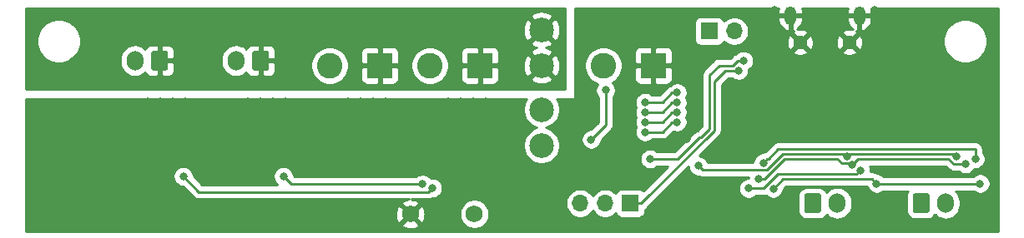
<source format=gbr>
G04 #@! TF.GenerationSoftware,KiCad,Pcbnew,(5.1.5)-3*
G04 #@! TF.CreationDate,2021-01-18T14:34:05-06:00*
G04 #@! TF.ProjectId,USB-PT100,5553422d-5054-4313-9030-2e6b69636164,B*
G04 #@! TF.SameCoordinates,Original*
G04 #@! TF.FileFunction,Copper,L2,Bot*
G04 #@! TF.FilePolarity,Positive*
%FSLAX46Y46*%
G04 Gerber Fmt 4.6, Leading zero omitted, Abs format (unit mm)*
G04 Created by KiCad (PCBNEW (5.1.5)-3) date 2021-01-18 14:34:05*
%MOMM*%
%LPD*%
G04 APERTURE LIST*
%ADD10O,1.700000X1.700000*%
%ADD11R,1.700000X1.700000*%
%ADD12O,1.700000X2.000000*%
%ADD13C,0.100000*%
%ADD14C,2.600000*%
%ADD15R,2.600000X2.600000*%
%ADD16C,1.750000*%
%ADD17O,1.200000X1.900000*%
%ADD18C,1.450000*%
%ADD19C,2.500000*%
%ADD20C,0.800000*%
%ADD21C,0.250000*%
%ADD22C,0.254000*%
G04 APERTURE END LIST*
D10*
X156920000Y-96500000D03*
X159460000Y-96500000D03*
D11*
X162000000Y-96500000D03*
D12*
X111750000Y-82000000D03*
G04 #@! TA.AperFunction,ComponentPad*
D13*
G36*
X114874504Y-81001204D02*
G01*
X114898773Y-81004804D01*
X114922571Y-81010765D01*
X114945671Y-81019030D01*
X114967849Y-81029520D01*
X114988893Y-81042133D01*
X115008598Y-81056747D01*
X115026777Y-81073223D01*
X115043253Y-81091402D01*
X115057867Y-81111107D01*
X115070480Y-81132151D01*
X115080970Y-81154329D01*
X115089235Y-81177429D01*
X115095196Y-81201227D01*
X115098796Y-81225496D01*
X115100000Y-81250000D01*
X115100000Y-82750000D01*
X115098796Y-82774504D01*
X115095196Y-82798773D01*
X115089235Y-82822571D01*
X115080970Y-82845671D01*
X115070480Y-82867849D01*
X115057867Y-82888893D01*
X115043253Y-82908598D01*
X115026777Y-82926777D01*
X115008598Y-82943253D01*
X114988893Y-82957867D01*
X114967849Y-82970480D01*
X114945671Y-82980970D01*
X114922571Y-82989235D01*
X114898773Y-82995196D01*
X114874504Y-82998796D01*
X114850000Y-83000000D01*
X113650000Y-83000000D01*
X113625496Y-82998796D01*
X113601227Y-82995196D01*
X113577429Y-82989235D01*
X113554329Y-82980970D01*
X113532151Y-82970480D01*
X113511107Y-82957867D01*
X113491402Y-82943253D01*
X113473223Y-82926777D01*
X113456747Y-82908598D01*
X113442133Y-82888893D01*
X113429520Y-82867849D01*
X113419030Y-82845671D01*
X113410765Y-82822571D01*
X113404804Y-82798773D01*
X113401204Y-82774504D01*
X113400000Y-82750000D01*
X113400000Y-81250000D01*
X113401204Y-81225496D01*
X113404804Y-81201227D01*
X113410765Y-81177429D01*
X113419030Y-81154329D01*
X113429520Y-81132151D01*
X113442133Y-81111107D01*
X113456747Y-81091402D01*
X113473223Y-81073223D01*
X113491402Y-81056747D01*
X113511107Y-81042133D01*
X113532151Y-81029520D01*
X113554329Y-81019030D01*
X113577429Y-81010765D01*
X113601227Y-81004804D01*
X113625496Y-81001204D01*
X113650000Y-81000000D01*
X114850000Y-81000000D01*
X114874504Y-81001204D01*
G37*
G04 #@! TD.AperFunction*
D12*
X122000000Y-82000000D03*
G04 #@! TA.AperFunction,ComponentPad*
D13*
G36*
X125124504Y-81001204D02*
G01*
X125148773Y-81004804D01*
X125172571Y-81010765D01*
X125195671Y-81019030D01*
X125217849Y-81029520D01*
X125238893Y-81042133D01*
X125258598Y-81056747D01*
X125276777Y-81073223D01*
X125293253Y-81091402D01*
X125307867Y-81111107D01*
X125320480Y-81132151D01*
X125330970Y-81154329D01*
X125339235Y-81177429D01*
X125345196Y-81201227D01*
X125348796Y-81225496D01*
X125350000Y-81250000D01*
X125350000Y-82750000D01*
X125348796Y-82774504D01*
X125345196Y-82798773D01*
X125339235Y-82822571D01*
X125330970Y-82845671D01*
X125320480Y-82867849D01*
X125307867Y-82888893D01*
X125293253Y-82908598D01*
X125276777Y-82926777D01*
X125258598Y-82943253D01*
X125238893Y-82957867D01*
X125217849Y-82970480D01*
X125195671Y-82980970D01*
X125172571Y-82989235D01*
X125148773Y-82995196D01*
X125124504Y-82998796D01*
X125100000Y-83000000D01*
X123900000Y-83000000D01*
X123875496Y-82998796D01*
X123851227Y-82995196D01*
X123827429Y-82989235D01*
X123804329Y-82980970D01*
X123782151Y-82970480D01*
X123761107Y-82957867D01*
X123741402Y-82943253D01*
X123723223Y-82926777D01*
X123706747Y-82908598D01*
X123692133Y-82888893D01*
X123679520Y-82867849D01*
X123669030Y-82845671D01*
X123660765Y-82822571D01*
X123654804Y-82798773D01*
X123651204Y-82774504D01*
X123650000Y-82750000D01*
X123650000Y-81250000D01*
X123651204Y-81225496D01*
X123654804Y-81201227D01*
X123660765Y-81177429D01*
X123669030Y-81154329D01*
X123679520Y-81132151D01*
X123692133Y-81111107D01*
X123706747Y-81091402D01*
X123723223Y-81073223D01*
X123741402Y-81056747D01*
X123761107Y-81042133D01*
X123782151Y-81029520D01*
X123804329Y-81019030D01*
X123827429Y-81010765D01*
X123851227Y-81004804D01*
X123875496Y-81001204D01*
X123900000Y-81000000D01*
X125100000Y-81000000D01*
X125124504Y-81001204D01*
G37*
G04 #@! TD.AperFunction*
D14*
X141670000Y-82500000D03*
D15*
X146750000Y-82500000D03*
D14*
X131510000Y-82500000D03*
D15*
X136590000Y-82500000D03*
D12*
X183000000Y-96500000D03*
G04 #@! TA.AperFunction,ComponentPad*
D13*
G36*
X181124504Y-95501204D02*
G01*
X181148773Y-95504804D01*
X181172571Y-95510765D01*
X181195671Y-95519030D01*
X181217849Y-95529520D01*
X181238893Y-95542133D01*
X181258598Y-95556747D01*
X181276777Y-95573223D01*
X181293253Y-95591402D01*
X181307867Y-95611107D01*
X181320480Y-95632151D01*
X181330970Y-95654329D01*
X181339235Y-95677429D01*
X181345196Y-95701227D01*
X181348796Y-95725496D01*
X181350000Y-95750000D01*
X181350000Y-97250000D01*
X181348796Y-97274504D01*
X181345196Y-97298773D01*
X181339235Y-97322571D01*
X181330970Y-97345671D01*
X181320480Y-97367849D01*
X181307867Y-97388893D01*
X181293253Y-97408598D01*
X181276777Y-97426777D01*
X181258598Y-97443253D01*
X181238893Y-97457867D01*
X181217849Y-97470480D01*
X181195671Y-97480970D01*
X181172571Y-97489235D01*
X181148773Y-97495196D01*
X181124504Y-97498796D01*
X181100000Y-97500000D01*
X179900000Y-97500000D01*
X179875496Y-97498796D01*
X179851227Y-97495196D01*
X179827429Y-97489235D01*
X179804329Y-97480970D01*
X179782151Y-97470480D01*
X179761107Y-97457867D01*
X179741402Y-97443253D01*
X179723223Y-97426777D01*
X179706747Y-97408598D01*
X179692133Y-97388893D01*
X179679520Y-97367849D01*
X179669030Y-97345671D01*
X179660765Y-97322571D01*
X179654804Y-97298773D01*
X179651204Y-97274504D01*
X179650000Y-97250000D01*
X179650000Y-95750000D01*
X179651204Y-95725496D01*
X179654804Y-95701227D01*
X179660765Y-95677429D01*
X179669030Y-95654329D01*
X179679520Y-95632151D01*
X179692133Y-95611107D01*
X179706747Y-95591402D01*
X179723223Y-95573223D01*
X179741402Y-95556747D01*
X179761107Y-95542133D01*
X179782151Y-95529520D01*
X179804329Y-95519030D01*
X179827429Y-95510765D01*
X179851227Y-95504804D01*
X179875496Y-95501204D01*
X179900000Y-95500000D01*
X181100000Y-95500000D01*
X181124504Y-95501204D01*
G37*
G04 #@! TD.AperFunction*
D12*
X194000000Y-96500000D03*
G04 #@! TA.AperFunction,ComponentPad*
D13*
G36*
X192124504Y-95501204D02*
G01*
X192148773Y-95504804D01*
X192172571Y-95510765D01*
X192195671Y-95519030D01*
X192217849Y-95529520D01*
X192238893Y-95542133D01*
X192258598Y-95556747D01*
X192276777Y-95573223D01*
X192293253Y-95591402D01*
X192307867Y-95611107D01*
X192320480Y-95632151D01*
X192330970Y-95654329D01*
X192339235Y-95677429D01*
X192345196Y-95701227D01*
X192348796Y-95725496D01*
X192350000Y-95750000D01*
X192350000Y-97250000D01*
X192348796Y-97274504D01*
X192345196Y-97298773D01*
X192339235Y-97322571D01*
X192330970Y-97345671D01*
X192320480Y-97367849D01*
X192307867Y-97388893D01*
X192293253Y-97408598D01*
X192276777Y-97426777D01*
X192258598Y-97443253D01*
X192238893Y-97457867D01*
X192217849Y-97470480D01*
X192195671Y-97480970D01*
X192172571Y-97489235D01*
X192148773Y-97495196D01*
X192124504Y-97498796D01*
X192100000Y-97500000D01*
X190900000Y-97500000D01*
X190875496Y-97498796D01*
X190851227Y-97495196D01*
X190827429Y-97489235D01*
X190804329Y-97480970D01*
X190782151Y-97470480D01*
X190761107Y-97457867D01*
X190741402Y-97443253D01*
X190723223Y-97426777D01*
X190706747Y-97408598D01*
X190692133Y-97388893D01*
X190679520Y-97367849D01*
X190669030Y-97345671D01*
X190660765Y-97322571D01*
X190654804Y-97298773D01*
X190651204Y-97274504D01*
X190650000Y-97250000D01*
X190650000Y-95750000D01*
X190651204Y-95725496D01*
X190654804Y-95701227D01*
X190660765Y-95677429D01*
X190669030Y-95654329D01*
X190679520Y-95632151D01*
X190692133Y-95611107D01*
X190706747Y-95591402D01*
X190723223Y-95573223D01*
X190741402Y-95556747D01*
X190761107Y-95542133D01*
X190782151Y-95529520D01*
X190804329Y-95519030D01*
X190827429Y-95510765D01*
X190851227Y-95504804D01*
X190875496Y-95501204D01*
X190900000Y-95500000D01*
X192100000Y-95500000D01*
X192124504Y-95501204D01*
G37*
G04 #@! TD.AperFunction*
D16*
X139690000Y-97613000D03*
X146190000Y-97613000D03*
D10*
X172540000Y-79000000D03*
D11*
X170000000Y-79000000D03*
D14*
X159270000Y-82500000D03*
D15*
X164350000Y-82500000D03*
D17*
X178242000Y-77421500D03*
X185242000Y-77421500D03*
D18*
X179242000Y-80121500D03*
X184242000Y-80121500D03*
D19*
X153000000Y-90635000D03*
X153000000Y-86975000D03*
X153000000Y-82505000D03*
X153000000Y-78845000D03*
D20*
X191750000Y-89500000D03*
X193750000Y-89500000D03*
X193750000Y-87500000D03*
X191750000Y-87500000D03*
X180750000Y-87500000D03*
X180750000Y-89500000D03*
X182750000Y-89500000D03*
X182750000Y-87500000D03*
X181350200Y-77459000D03*
X186538000Y-79802000D03*
X176666500Y-76833500D03*
X191750000Y-77250000D03*
X167750000Y-90000000D03*
X106274000Y-86437000D03*
X189500000Y-82250000D03*
X173250000Y-85750000D03*
X186822000Y-76829000D03*
X134641000Y-87440000D03*
X133371000Y-87440000D03*
X135911000Y-88710000D03*
X143531000Y-88710000D03*
X147341000Y-87440000D03*
X146071000Y-86170000D03*
X144801000Y-88710000D03*
X147341000Y-86170000D03*
X146071000Y-87440000D03*
X144801000Y-86170000D03*
X147341000Y-88710000D03*
X143531000Y-86170000D03*
X146071000Y-88710000D03*
X143531000Y-87440000D03*
X144801000Y-87440000D03*
X133371000Y-86170000D03*
X137181000Y-88710000D03*
X125751000Y-86170000D03*
X113051000Y-88710000D03*
X124481000Y-86170000D03*
X127021000Y-87440000D03*
X123211000Y-86170000D03*
X115591000Y-88710000D03*
X127021000Y-88710000D03*
X116861000Y-88710000D03*
X125751000Y-88710000D03*
X116861000Y-86170000D03*
X114321000Y-87440000D03*
X127021000Y-86170000D03*
X123211000Y-88710000D03*
X116861000Y-87440000D03*
X113051000Y-86170000D03*
X125751000Y-87440000D03*
X124481000Y-88710000D03*
X134641000Y-86170000D03*
X114321000Y-86170000D03*
X114321000Y-88710000D03*
X115591000Y-87440000D03*
X115591000Y-86170000D03*
X124481000Y-87440000D03*
X123211000Y-87440000D03*
X135911000Y-87440000D03*
X137181000Y-86170000D03*
X113051000Y-87440000D03*
X134641000Y-88710000D03*
X135911000Y-86170000D03*
X137181000Y-87440000D03*
X133371000Y-88710000D03*
X183500000Y-84500000D03*
X177000000Y-81500000D03*
X179500000Y-82500000D03*
X159500000Y-85000000D03*
X158036563Y-90011563D03*
X164000000Y-92000000D03*
X173500000Y-82000000D03*
X173000000Y-83000000D03*
X163500000Y-86250000D03*
X166750000Y-85250000D03*
X163500000Y-87250000D03*
X166750000Y-86250000D03*
X140908000Y-94565000D03*
X163500000Y-88250000D03*
X166750000Y-87250000D03*
X126811000Y-93761500D03*
X163500000Y-89250000D03*
X166750000Y-88250000D03*
X141924000Y-94946000D03*
X116651000Y-93761500D03*
X106999000Y-83897000D03*
X197500000Y-94500000D03*
X187000000Y-94500000D03*
X176512653Y-95012653D03*
X175000000Y-94000000D03*
X184542128Y-92565298D03*
X196000000Y-92500000D03*
X168910000Y-92710000D03*
X195090000Y-91725000D03*
X184000000Y-91725000D03*
X175500000Y-92384999D03*
X197000000Y-92000000D03*
X174000000Y-95000000D03*
X185352499Y-93151216D03*
D21*
X159500000Y-88548126D02*
X158036563Y-90011563D01*
X159500000Y-85000000D02*
X159500000Y-88548126D01*
X166823002Y-92000000D02*
X169000000Y-89823002D01*
X165000000Y-92000000D02*
X166823002Y-92000000D01*
X165000000Y-92000000D02*
X166000000Y-92000000D01*
X164000000Y-92000000D02*
X165000000Y-92000000D01*
X170049990Y-88913600D02*
X170049990Y-83450010D01*
X169000000Y-89823002D02*
X169140588Y-89823002D01*
X169140588Y-89823002D02*
X170049990Y-88913600D01*
X171000000Y-82500000D02*
X172426998Y-82500000D01*
X170049990Y-83450010D02*
X171000000Y-82500000D01*
X172426998Y-82500000D02*
X172926998Y-82000000D01*
X172926998Y-82000000D02*
X173500000Y-82000000D01*
X171636410Y-83000000D02*
X173000000Y-83000000D01*
X170500000Y-84136410D02*
X171636410Y-83000000D01*
X170500000Y-89100000D02*
X170500000Y-84136410D01*
X163100000Y-96500000D02*
X170500000Y-89100000D01*
X162000000Y-96500000D02*
X163100000Y-96500000D01*
X165250000Y-86250000D02*
X166250000Y-85250000D01*
X163500000Y-86250000D02*
X165250000Y-86250000D01*
X166250000Y-85250000D02*
X166750000Y-85250000D01*
X165250000Y-87250000D02*
X166250000Y-86250000D01*
X163500000Y-87250000D02*
X165250000Y-87250000D01*
X166250000Y-86250000D02*
X166750000Y-86250000D01*
X166250000Y-87250000D02*
X166750000Y-87250000D01*
X165250000Y-88250000D02*
X166250000Y-87250000D01*
X163500000Y-88250000D02*
X165250000Y-88250000D01*
X140908000Y-94565000D02*
X127614500Y-94565000D01*
X127614500Y-94565000D02*
X126811000Y-93761500D01*
X163500000Y-89250000D02*
X165250000Y-89250000D01*
X165250000Y-89250000D02*
X166250000Y-88250000D01*
X166250000Y-88250000D02*
X166750000Y-88250000D01*
X141924000Y-94946000D02*
X141524001Y-95345999D01*
X141524001Y-95345999D02*
X118235499Y-95345999D01*
X118235499Y-95345999D02*
X116651000Y-93761500D01*
X197500000Y-94500000D02*
X187000000Y-94500000D01*
X176512653Y-95012653D02*
X177500000Y-94025306D01*
X186525306Y-94025306D02*
X187000000Y-94500000D01*
X177500000Y-94025306D02*
X186525306Y-94025306D01*
X175000000Y-94000000D02*
X175636410Y-94000000D01*
X175636410Y-94000000D02*
X177636410Y-92000000D01*
X177636410Y-92000000D02*
X179000000Y-92000000D01*
X179000000Y-92000000D02*
X181500000Y-92000000D01*
X181500000Y-92000000D02*
X183000000Y-92000000D01*
X184426831Y-92450001D02*
X184542128Y-92565298D01*
X183000000Y-92000000D02*
X183450001Y-92450001D01*
X183450001Y-92450001D02*
X184426831Y-92450001D01*
X184542128Y-92565298D02*
X185107426Y-92000000D01*
X185107426Y-92000000D02*
X190500000Y-92000000D01*
X190500000Y-92000000D02*
X194364999Y-92000000D01*
X194791998Y-92500000D02*
X196000000Y-92500000D01*
X194364999Y-92000000D02*
X194364999Y-92073001D01*
X194364999Y-92073001D02*
X194791998Y-92500000D01*
X169309999Y-93109999D02*
X168910000Y-92710000D01*
X175390001Y-93109999D02*
X169309999Y-93109999D01*
X194865000Y-91500000D02*
X195090000Y-91725000D01*
X175890001Y-93109999D02*
X177500000Y-91500000D01*
X175390001Y-93109999D02*
X175890001Y-93109999D01*
X183500000Y-91500000D02*
X183775000Y-91500000D01*
X183775000Y-91500000D02*
X184000000Y-91725000D01*
X183500000Y-91500000D02*
X194865000Y-91500000D01*
X177500000Y-91500000D02*
X183500000Y-91500000D01*
X197000000Y-91000000D02*
X197000000Y-92000000D01*
X177000000Y-91000000D02*
X197000000Y-91000000D01*
X175500000Y-92384999D02*
X175899999Y-91985000D01*
X176015000Y-91985000D02*
X177000000Y-91000000D01*
X175899999Y-91985000D02*
X176015000Y-91985000D01*
X176948785Y-93551215D02*
X184952500Y-93551215D01*
X184952500Y-93551215D02*
X185352499Y-93151216D01*
X175500000Y-95000000D02*
X176948785Y-93551215D01*
X174000000Y-95000000D02*
X175500000Y-95000000D01*
D22*
G36*
X155373000Y-84873000D02*
G01*
X100660000Y-84873000D01*
X100660000Y-79779872D01*
X101765000Y-79779872D01*
X101765000Y-80220128D01*
X101850890Y-80651925D01*
X102019369Y-81058669D01*
X102263962Y-81424729D01*
X102575271Y-81736038D01*
X102941331Y-81980631D01*
X103348075Y-82149110D01*
X103779872Y-82235000D01*
X104220128Y-82235000D01*
X104651925Y-82149110D01*
X105058669Y-81980631D01*
X105363350Y-81777050D01*
X110265000Y-81777050D01*
X110265000Y-82222949D01*
X110286487Y-82441110D01*
X110371401Y-82721033D01*
X110509294Y-82979013D01*
X110694866Y-83205134D01*
X110920986Y-83390706D01*
X111178966Y-83528599D01*
X111458889Y-83613513D01*
X111750000Y-83642185D01*
X112041110Y-83613513D01*
X112321033Y-83528599D01*
X112579013Y-83390706D01*
X112799945Y-83209392D01*
X112810498Y-83244180D01*
X112869463Y-83354494D01*
X112948815Y-83451185D01*
X113045506Y-83530537D01*
X113155820Y-83589502D01*
X113275518Y-83625812D01*
X113400000Y-83638072D01*
X113964250Y-83635000D01*
X114123000Y-83476250D01*
X114123000Y-82127000D01*
X114377000Y-82127000D01*
X114377000Y-83476250D01*
X114535750Y-83635000D01*
X115100000Y-83638072D01*
X115224482Y-83625812D01*
X115344180Y-83589502D01*
X115454494Y-83530537D01*
X115551185Y-83451185D01*
X115630537Y-83354494D01*
X115689502Y-83244180D01*
X115725812Y-83124482D01*
X115738072Y-83000000D01*
X115735000Y-82285750D01*
X115576250Y-82127000D01*
X114377000Y-82127000D01*
X114123000Y-82127000D01*
X114103000Y-82127000D01*
X114103000Y-81873000D01*
X114123000Y-81873000D01*
X114123000Y-80523750D01*
X114377000Y-80523750D01*
X114377000Y-81873000D01*
X115576250Y-81873000D01*
X115672200Y-81777050D01*
X120515000Y-81777050D01*
X120515000Y-82222949D01*
X120536487Y-82441110D01*
X120621401Y-82721033D01*
X120759294Y-82979013D01*
X120944866Y-83205134D01*
X121170986Y-83390706D01*
X121428966Y-83528599D01*
X121708889Y-83613513D01*
X122000000Y-83642185D01*
X122291110Y-83613513D01*
X122571033Y-83528599D01*
X122829013Y-83390706D01*
X123049945Y-83209392D01*
X123060498Y-83244180D01*
X123119463Y-83354494D01*
X123198815Y-83451185D01*
X123295506Y-83530537D01*
X123405820Y-83589502D01*
X123525518Y-83625812D01*
X123650000Y-83638072D01*
X124214250Y-83635000D01*
X124373000Y-83476250D01*
X124373000Y-82127000D01*
X124627000Y-82127000D01*
X124627000Y-83476250D01*
X124785750Y-83635000D01*
X125350000Y-83638072D01*
X125474482Y-83625812D01*
X125594180Y-83589502D01*
X125704494Y-83530537D01*
X125801185Y-83451185D01*
X125880537Y-83354494D01*
X125939502Y-83244180D01*
X125975812Y-83124482D01*
X125988072Y-83000000D01*
X125985102Y-82309419D01*
X129575000Y-82309419D01*
X129575000Y-82690581D01*
X129649361Y-83064419D01*
X129795225Y-83416566D01*
X130006987Y-83733491D01*
X130276509Y-84003013D01*
X130593434Y-84214775D01*
X130945581Y-84360639D01*
X131319419Y-84435000D01*
X131700581Y-84435000D01*
X132074419Y-84360639D01*
X132426566Y-84214775D01*
X132743491Y-84003013D01*
X132946504Y-83800000D01*
X134651928Y-83800000D01*
X134664188Y-83924482D01*
X134700498Y-84044180D01*
X134759463Y-84154494D01*
X134838815Y-84251185D01*
X134935506Y-84330537D01*
X135045820Y-84389502D01*
X135165518Y-84425812D01*
X135290000Y-84438072D01*
X136304250Y-84435000D01*
X136463000Y-84276250D01*
X136463000Y-82627000D01*
X136717000Y-82627000D01*
X136717000Y-84276250D01*
X136875750Y-84435000D01*
X137890000Y-84438072D01*
X138014482Y-84425812D01*
X138134180Y-84389502D01*
X138244494Y-84330537D01*
X138341185Y-84251185D01*
X138420537Y-84154494D01*
X138479502Y-84044180D01*
X138515812Y-83924482D01*
X138528072Y-83800000D01*
X138525000Y-82785750D01*
X138366250Y-82627000D01*
X136717000Y-82627000D01*
X136463000Y-82627000D01*
X134813750Y-82627000D01*
X134655000Y-82785750D01*
X134651928Y-83800000D01*
X132946504Y-83800000D01*
X133013013Y-83733491D01*
X133224775Y-83416566D01*
X133370639Y-83064419D01*
X133445000Y-82690581D01*
X133445000Y-82309419D01*
X133370639Y-81935581D01*
X133224775Y-81583434D01*
X133013013Y-81266509D01*
X132946504Y-81200000D01*
X134651928Y-81200000D01*
X134655000Y-82214250D01*
X134813750Y-82373000D01*
X136463000Y-82373000D01*
X136463000Y-80723750D01*
X136717000Y-80723750D01*
X136717000Y-82373000D01*
X138366250Y-82373000D01*
X138429831Y-82309419D01*
X139735000Y-82309419D01*
X139735000Y-82690581D01*
X139809361Y-83064419D01*
X139955225Y-83416566D01*
X140166987Y-83733491D01*
X140436509Y-84003013D01*
X140753434Y-84214775D01*
X141105581Y-84360639D01*
X141479419Y-84435000D01*
X141860581Y-84435000D01*
X142234419Y-84360639D01*
X142586566Y-84214775D01*
X142903491Y-84003013D01*
X143106504Y-83800000D01*
X144811928Y-83800000D01*
X144824188Y-83924482D01*
X144860498Y-84044180D01*
X144919463Y-84154494D01*
X144998815Y-84251185D01*
X145095506Y-84330537D01*
X145205820Y-84389502D01*
X145325518Y-84425812D01*
X145450000Y-84438072D01*
X146464250Y-84435000D01*
X146623000Y-84276250D01*
X146623000Y-82627000D01*
X146877000Y-82627000D01*
X146877000Y-84276250D01*
X147035750Y-84435000D01*
X148050000Y-84438072D01*
X148174482Y-84425812D01*
X148294180Y-84389502D01*
X148404494Y-84330537D01*
X148501185Y-84251185D01*
X148580537Y-84154494D01*
X148639502Y-84044180D01*
X148675812Y-83924482D01*
X148686239Y-83818605D01*
X151866000Y-83818605D01*
X151991914Y-84108577D01*
X152324126Y-84274433D01*
X152682312Y-84372290D01*
X153052706Y-84398389D01*
X153421075Y-84351725D01*
X153773262Y-84234094D01*
X154008086Y-84108577D01*
X154134000Y-83818605D01*
X153000000Y-82684605D01*
X151866000Y-83818605D01*
X148686239Y-83818605D01*
X148688072Y-83800000D01*
X148685000Y-82785750D01*
X148526250Y-82627000D01*
X146877000Y-82627000D01*
X146623000Y-82627000D01*
X144973750Y-82627000D01*
X144815000Y-82785750D01*
X144811928Y-83800000D01*
X143106504Y-83800000D01*
X143173013Y-83733491D01*
X143384775Y-83416566D01*
X143530639Y-83064419D01*
X143605000Y-82690581D01*
X143605000Y-82557706D01*
X151106611Y-82557706D01*
X151153275Y-82926075D01*
X151270906Y-83278262D01*
X151396423Y-83513086D01*
X151686395Y-83639000D01*
X152820395Y-82505000D01*
X153179605Y-82505000D01*
X154313605Y-83639000D01*
X154603577Y-83513086D01*
X154769433Y-83180874D01*
X154867290Y-82822688D01*
X154893389Y-82452294D01*
X154846725Y-82083925D01*
X154729094Y-81731738D01*
X154603577Y-81496914D01*
X154313605Y-81371000D01*
X153179605Y-82505000D01*
X152820395Y-82505000D01*
X151686395Y-81371000D01*
X151396423Y-81496914D01*
X151230567Y-81829126D01*
X151132710Y-82187312D01*
X151106611Y-82557706D01*
X143605000Y-82557706D01*
X143605000Y-82309419D01*
X143530639Y-81935581D01*
X143384775Y-81583434D01*
X143173013Y-81266509D01*
X143106504Y-81200000D01*
X144811928Y-81200000D01*
X144815000Y-82214250D01*
X144973750Y-82373000D01*
X146623000Y-82373000D01*
X146623000Y-80723750D01*
X146877000Y-80723750D01*
X146877000Y-82373000D01*
X148526250Y-82373000D01*
X148685000Y-82214250D01*
X148688072Y-81200000D01*
X148675812Y-81075518D01*
X148639502Y-80955820D01*
X148580537Y-80845506D01*
X148501185Y-80748815D01*
X148404494Y-80669463D01*
X148294180Y-80610498D01*
X148174482Y-80574188D01*
X148050000Y-80561928D01*
X147035750Y-80565000D01*
X146877000Y-80723750D01*
X146623000Y-80723750D01*
X146464250Y-80565000D01*
X145450000Y-80561928D01*
X145325518Y-80574188D01*
X145205820Y-80610498D01*
X145095506Y-80669463D01*
X144998815Y-80748815D01*
X144919463Y-80845506D01*
X144860498Y-80955820D01*
X144824188Y-81075518D01*
X144811928Y-81200000D01*
X143106504Y-81200000D01*
X142903491Y-80996987D01*
X142586566Y-80785225D01*
X142234419Y-80639361D01*
X141860581Y-80565000D01*
X141479419Y-80565000D01*
X141105581Y-80639361D01*
X140753434Y-80785225D01*
X140436509Y-80996987D01*
X140166987Y-81266509D01*
X139955225Y-81583434D01*
X139809361Y-81935581D01*
X139735000Y-82309419D01*
X138429831Y-82309419D01*
X138525000Y-82214250D01*
X138528072Y-81200000D01*
X138515812Y-81075518D01*
X138479502Y-80955820D01*
X138420537Y-80845506D01*
X138341185Y-80748815D01*
X138244494Y-80669463D01*
X138134180Y-80610498D01*
X138014482Y-80574188D01*
X137890000Y-80561928D01*
X136875750Y-80565000D01*
X136717000Y-80723750D01*
X136463000Y-80723750D01*
X136304250Y-80565000D01*
X135290000Y-80561928D01*
X135165518Y-80574188D01*
X135045820Y-80610498D01*
X134935506Y-80669463D01*
X134838815Y-80748815D01*
X134759463Y-80845506D01*
X134700498Y-80955820D01*
X134664188Y-81075518D01*
X134651928Y-81200000D01*
X132946504Y-81200000D01*
X132743491Y-80996987D01*
X132426566Y-80785225D01*
X132074419Y-80639361D01*
X131700581Y-80565000D01*
X131319419Y-80565000D01*
X130945581Y-80639361D01*
X130593434Y-80785225D01*
X130276509Y-80996987D01*
X130006987Y-81266509D01*
X129795225Y-81583434D01*
X129649361Y-81935581D01*
X129575000Y-82309419D01*
X125985102Y-82309419D01*
X125985000Y-82285750D01*
X125826250Y-82127000D01*
X124627000Y-82127000D01*
X124373000Y-82127000D01*
X124353000Y-82127000D01*
X124353000Y-81873000D01*
X124373000Y-81873000D01*
X124373000Y-80523750D01*
X124627000Y-80523750D01*
X124627000Y-81873000D01*
X125826250Y-81873000D01*
X125985000Y-81714250D01*
X125988072Y-81000000D01*
X125975812Y-80875518D01*
X125939502Y-80755820D01*
X125880537Y-80645506D01*
X125801185Y-80548815D01*
X125704494Y-80469463D01*
X125594180Y-80410498D01*
X125474482Y-80374188D01*
X125350000Y-80361928D01*
X124785750Y-80365000D01*
X124627000Y-80523750D01*
X124373000Y-80523750D01*
X124214250Y-80365000D01*
X123650000Y-80361928D01*
X123525518Y-80374188D01*
X123405820Y-80410498D01*
X123295506Y-80469463D01*
X123198815Y-80548815D01*
X123119463Y-80645506D01*
X123060498Y-80755820D01*
X123049945Y-80790608D01*
X122829014Y-80609294D01*
X122571034Y-80471401D01*
X122291111Y-80386487D01*
X122000000Y-80357815D01*
X121708890Y-80386487D01*
X121428967Y-80471401D01*
X121170987Y-80609294D01*
X120944866Y-80794866D01*
X120759294Y-81020986D01*
X120621401Y-81278966D01*
X120536487Y-81558889D01*
X120515000Y-81777050D01*
X115672200Y-81777050D01*
X115735000Y-81714250D01*
X115738072Y-81000000D01*
X115725812Y-80875518D01*
X115689502Y-80755820D01*
X115630537Y-80645506D01*
X115551185Y-80548815D01*
X115454494Y-80469463D01*
X115344180Y-80410498D01*
X115224482Y-80374188D01*
X115100000Y-80361928D01*
X114535750Y-80365000D01*
X114377000Y-80523750D01*
X114123000Y-80523750D01*
X113964250Y-80365000D01*
X113400000Y-80361928D01*
X113275518Y-80374188D01*
X113155820Y-80410498D01*
X113045506Y-80469463D01*
X112948815Y-80548815D01*
X112869463Y-80645506D01*
X112810498Y-80755820D01*
X112799945Y-80790608D01*
X112579014Y-80609294D01*
X112321034Y-80471401D01*
X112041111Y-80386487D01*
X111750000Y-80357815D01*
X111458890Y-80386487D01*
X111178967Y-80471401D01*
X110920987Y-80609294D01*
X110694866Y-80794866D01*
X110509294Y-81020986D01*
X110371401Y-81278966D01*
X110286487Y-81558889D01*
X110265000Y-81777050D01*
X105363350Y-81777050D01*
X105424729Y-81736038D01*
X105736038Y-81424729D01*
X105980631Y-81058669D01*
X106149110Y-80651925D01*
X106235000Y-80220128D01*
X106235000Y-80158605D01*
X151866000Y-80158605D01*
X151991914Y-80448577D01*
X152324126Y-80614433D01*
X152536485Y-80672450D01*
X152226738Y-80775906D01*
X151991914Y-80901423D01*
X151866000Y-81191395D01*
X153000000Y-82325395D01*
X154134000Y-81191395D01*
X154008086Y-80901423D01*
X153675874Y-80735567D01*
X153463515Y-80677550D01*
X153773262Y-80574094D01*
X154008086Y-80448577D01*
X154134000Y-80158605D01*
X153000000Y-79024605D01*
X151866000Y-80158605D01*
X106235000Y-80158605D01*
X106235000Y-79779872D01*
X106149110Y-79348075D01*
X105980631Y-78941331D01*
X105951482Y-78897706D01*
X151106611Y-78897706D01*
X151153275Y-79266075D01*
X151270906Y-79618262D01*
X151396423Y-79853086D01*
X151686395Y-79979000D01*
X152820395Y-78845000D01*
X153179605Y-78845000D01*
X154313605Y-79979000D01*
X154603577Y-79853086D01*
X154769433Y-79520874D01*
X154867290Y-79162688D01*
X154893389Y-78792294D01*
X154846725Y-78423925D01*
X154729094Y-78071738D01*
X154603577Y-77836914D01*
X154313605Y-77711000D01*
X153179605Y-78845000D01*
X152820395Y-78845000D01*
X151686395Y-77711000D01*
X151396423Y-77836914D01*
X151230567Y-78169126D01*
X151132710Y-78527312D01*
X151106611Y-78897706D01*
X105951482Y-78897706D01*
X105736038Y-78575271D01*
X105424729Y-78263962D01*
X105058669Y-78019369D01*
X104651925Y-77850890D01*
X104220128Y-77765000D01*
X103779872Y-77765000D01*
X103348075Y-77850890D01*
X102941331Y-78019369D01*
X102575271Y-78263962D01*
X102263962Y-78575271D01*
X102019369Y-78941331D01*
X101850890Y-79348075D01*
X101765000Y-79779872D01*
X100660000Y-79779872D01*
X100660000Y-77531395D01*
X151866000Y-77531395D01*
X153000000Y-78665395D01*
X154134000Y-77531395D01*
X154008086Y-77241423D01*
X153675874Y-77075567D01*
X153317688Y-76977710D01*
X152947294Y-76951611D01*
X152578925Y-76998275D01*
X152226738Y-77115906D01*
X151991914Y-77241423D01*
X151866000Y-77531395D01*
X100660000Y-77531395D01*
X100660000Y-76660000D01*
X155373000Y-76660000D01*
X155373000Y-84873000D01*
G37*
X155373000Y-84873000D02*
X100660000Y-84873000D01*
X100660000Y-79779872D01*
X101765000Y-79779872D01*
X101765000Y-80220128D01*
X101850890Y-80651925D01*
X102019369Y-81058669D01*
X102263962Y-81424729D01*
X102575271Y-81736038D01*
X102941331Y-81980631D01*
X103348075Y-82149110D01*
X103779872Y-82235000D01*
X104220128Y-82235000D01*
X104651925Y-82149110D01*
X105058669Y-81980631D01*
X105363350Y-81777050D01*
X110265000Y-81777050D01*
X110265000Y-82222949D01*
X110286487Y-82441110D01*
X110371401Y-82721033D01*
X110509294Y-82979013D01*
X110694866Y-83205134D01*
X110920986Y-83390706D01*
X111178966Y-83528599D01*
X111458889Y-83613513D01*
X111750000Y-83642185D01*
X112041110Y-83613513D01*
X112321033Y-83528599D01*
X112579013Y-83390706D01*
X112799945Y-83209392D01*
X112810498Y-83244180D01*
X112869463Y-83354494D01*
X112948815Y-83451185D01*
X113045506Y-83530537D01*
X113155820Y-83589502D01*
X113275518Y-83625812D01*
X113400000Y-83638072D01*
X113964250Y-83635000D01*
X114123000Y-83476250D01*
X114123000Y-82127000D01*
X114377000Y-82127000D01*
X114377000Y-83476250D01*
X114535750Y-83635000D01*
X115100000Y-83638072D01*
X115224482Y-83625812D01*
X115344180Y-83589502D01*
X115454494Y-83530537D01*
X115551185Y-83451185D01*
X115630537Y-83354494D01*
X115689502Y-83244180D01*
X115725812Y-83124482D01*
X115738072Y-83000000D01*
X115735000Y-82285750D01*
X115576250Y-82127000D01*
X114377000Y-82127000D01*
X114123000Y-82127000D01*
X114103000Y-82127000D01*
X114103000Y-81873000D01*
X114123000Y-81873000D01*
X114123000Y-80523750D01*
X114377000Y-80523750D01*
X114377000Y-81873000D01*
X115576250Y-81873000D01*
X115672200Y-81777050D01*
X120515000Y-81777050D01*
X120515000Y-82222949D01*
X120536487Y-82441110D01*
X120621401Y-82721033D01*
X120759294Y-82979013D01*
X120944866Y-83205134D01*
X121170986Y-83390706D01*
X121428966Y-83528599D01*
X121708889Y-83613513D01*
X122000000Y-83642185D01*
X122291110Y-83613513D01*
X122571033Y-83528599D01*
X122829013Y-83390706D01*
X123049945Y-83209392D01*
X123060498Y-83244180D01*
X123119463Y-83354494D01*
X123198815Y-83451185D01*
X123295506Y-83530537D01*
X123405820Y-83589502D01*
X123525518Y-83625812D01*
X123650000Y-83638072D01*
X124214250Y-83635000D01*
X124373000Y-83476250D01*
X124373000Y-82127000D01*
X124627000Y-82127000D01*
X124627000Y-83476250D01*
X124785750Y-83635000D01*
X125350000Y-83638072D01*
X125474482Y-83625812D01*
X125594180Y-83589502D01*
X125704494Y-83530537D01*
X125801185Y-83451185D01*
X125880537Y-83354494D01*
X125939502Y-83244180D01*
X125975812Y-83124482D01*
X125988072Y-83000000D01*
X125985102Y-82309419D01*
X129575000Y-82309419D01*
X129575000Y-82690581D01*
X129649361Y-83064419D01*
X129795225Y-83416566D01*
X130006987Y-83733491D01*
X130276509Y-84003013D01*
X130593434Y-84214775D01*
X130945581Y-84360639D01*
X131319419Y-84435000D01*
X131700581Y-84435000D01*
X132074419Y-84360639D01*
X132426566Y-84214775D01*
X132743491Y-84003013D01*
X132946504Y-83800000D01*
X134651928Y-83800000D01*
X134664188Y-83924482D01*
X134700498Y-84044180D01*
X134759463Y-84154494D01*
X134838815Y-84251185D01*
X134935506Y-84330537D01*
X135045820Y-84389502D01*
X135165518Y-84425812D01*
X135290000Y-84438072D01*
X136304250Y-84435000D01*
X136463000Y-84276250D01*
X136463000Y-82627000D01*
X136717000Y-82627000D01*
X136717000Y-84276250D01*
X136875750Y-84435000D01*
X137890000Y-84438072D01*
X138014482Y-84425812D01*
X138134180Y-84389502D01*
X138244494Y-84330537D01*
X138341185Y-84251185D01*
X138420537Y-84154494D01*
X138479502Y-84044180D01*
X138515812Y-83924482D01*
X138528072Y-83800000D01*
X138525000Y-82785750D01*
X138366250Y-82627000D01*
X136717000Y-82627000D01*
X136463000Y-82627000D01*
X134813750Y-82627000D01*
X134655000Y-82785750D01*
X134651928Y-83800000D01*
X132946504Y-83800000D01*
X133013013Y-83733491D01*
X133224775Y-83416566D01*
X133370639Y-83064419D01*
X133445000Y-82690581D01*
X133445000Y-82309419D01*
X133370639Y-81935581D01*
X133224775Y-81583434D01*
X133013013Y-81266509D01*
X132946504Y-81200000D01*
X134651928Y-81200000D01*
X134655000Y-82214250D01*
X134813750Y-82373000D01*
X136463000Y-82373000D01*
X136463000Y-80723750D01*
X136717000Y-80723750D01*
X136717000Y-82373000D01*
X138366250Y-82373000D01*
X138429831Y-82309419D01*
X139735000Y-82309419D01*
X139735000Y-82690581D01*
X139809361Y-83064419D01*
X139955225Y-83416566D01*
X140166987Y-83733491D01*
X140436509Y-84003013D01*
X140753434Y-84214775D01*
X141105581Y-84360639D01*
X141479419Y-84435000D01*
X141860581Y-84435000D01*
X142234419Y-84360639D01*
X142586566Y-84214775D01*
X142903491Y-84003013D01*
X143106504Y-83800000D01*
X144811928Y-83800000D01*
X144824188Y-83924482D01*
X144860498Y-84044180D01*
X144919463Y-84154494D01*
X144998815Y-84251185D01*
X145095506Y-84330537D01*
X145205820Y-84389502D01*
X145325518Y-84425812D01*
X145450000Y-84438072D01*
X146464250Y-84435000D01*
X146623000Y-84276250D01*
X146623000Y-82627000D01*
X146877000Y-82627000D01*
X146877000Y-84276250D01*
X147035750Y-84435000D01*
X148050000Y-84438072D01*
X148174482Y-84425812D01*
X148294180Y-84389502D01*
X148404494Y-84330537D01*
X148501185Y-84251185D01*
X148580537Y-84154494D01*
X148639502Y-84044180D01*
X148675812Y-83924482D01*
X148686239Y-83818605D01*
X151866000Y-83818605D01*
X151991914Y-84108577D01*
X152324126Y-84274433D01*
X152682312Y-84372290D01*
X153052706Y-84398389D01*
X153421075Y-84351725D01*
X153773262Y-84234094D01*
X154008086Y-84108577D01*
X154134000Y-83818605D01*
X153000000Y-82684605D01*
X151866000Y-83818605D01*
X148686239Y-83818605D01*
X148688072Y-83800000D01*
X148685000Y-82785750D01*
X148526250Y-82627000D01*
X146877000Y-82627000D01*
X146623000Y-82627000D01*
X144973750Y-82627000D01*
X144815000Y-82785750D01*
X144811928Y-83800000D01*
X143106504Y-83800000D01*
X143173013Y-83733491D01*
X143384775Y-83416566D01*
X143530639Y-83064419D01*
X143605000Y-82690581D01*
X143605000Y-82557706D01*
X151106611Y-82557706D01*
X151153275Y-82926075D01*
X151270906Y-83278262D01*
X151396423Y-83513086D01*
X151686395Y-83639000D01*
X152820395Y-82505000D01*
X153179605Y-82505000D01*
X154313605Y-83639000D01*
X154603577Y-83513086D01*
X154769433Y-83180874D01*
X154867290Y-82822688D01*
X154893389Y-82452294D01*
X154846725Y-82083925D01*
X154729094Y-81731738D01*
X154603577Y-81496914D01*
X154313605Y-81371000D01*
X153179605Y-82505000D01*
X152820395Y-82505000D01*
X151686395Y-81371000D01*
X151396423Y-81496914D01*
X151230567Y-81829126D01*
X151132710Y-82187312D01*
X151106611Y-82557706D01*
X143605000Y-82557706D01*
X143605000Y-82309419D01*
X143530639Y-81935581D01*
X143384775Y-81583434D01*
X143173013Y-81266509D01*
X143106504Y-81200000D01*
X144811928Y-81200000D01*
X144815000Y-82214250D01*
X144973750Y-82373000D01*
X146623000Y-82373000D01*
X146623000Y-80723750D01*
X146877000Y-80723750D01*
X146877000Y-82373000D01*
X148526250Y-82373000D01*
X148685000Y-82214250D01*
X148688072Y-81200000D01*
X148675812Y-81075518D01*
X148639502Y-80955820D01*
X148580537Y-80845506D01*
X148501185Y-80748815D01*
X148404494Y-80669463D01*
X148294180Y-80610498D01*
X148174482Y-80574188D01*
X148050000Y-80561928D01*
X147035750Y-80565000D01*
X146877000Y-80723750D01*
X146623000Y-80723750D01*
X146464250Y-80565000D01*
X145450000Y-80561928D01*
X145325518Y-80574188D01*
X145205820Y-80610498D01*
X145095506Y-80669463D01*
X144998815Y-80748815D01*
X144919463Y-80845506D01*
X144860498Y-80955820D01*
X144824188Y-81075518D01*
X144811928Y-81200000D01*
X143106504Y-81200000D01*
X142903491Y-80996987D01*
X142586566Y-80785225D01*
X142234419Y-80639361D01*
X141860581Y-80565000D01*
X141479419Y-80565000D01*
X141105581Y-80639361D01*
X140753434Y-80785225D01*
X140436509Y-80996987D01*
X140166987Y-81266509D01*
X139955225Y-81583434D01*
X139809361Y-81935581D01*
X139735000Y-82309419D01*
X138429831Y-82309419D01*
X138525000Y-82214250D01*
X138528072Y-81200000D01*
X138515812Y-81075518D01*
X138479502Y-80955820D01*
X138420537Y-80845506D01*
X138341185Y-80748815D01*
X138244494Y-80669463D01*
X138134180Y-80610498D01*
X138014482Y-80574188D01*
X137890000Y-80561928D01*
X136875750Y-80565000D01*
X136717000Y-80723750D01*
X136463000Y-80723750D01*
X136304250Y-80565000D01*
X135290000Y-80561928D01*
X135165518Y-80574188D01*
X135045820Y-80610498D01*
X134935506Y-80669463D01*
X134838815Y-80748815D01*
X134759463Y-80845506D01*
X134700498Y-80955820D01*
X134664188Y-81075518D01*
X134651928Y-81200000D01*
X132946504Y-81200000D01*
X132743491Y-80996987D01*
X132426566Y-80785225D01*
X132074419Y-80639361D01*
X131700581Y-80565000D01*
X131319419Y-80565000D01*
X130945581Y-80639361D01*
X130593434Y-80785225D01*
X130276509Y-80996987D01*
X130006987Y-81266509D01*
X129795225Y-81583434D01*
X129649361Y-81935581D01*
X129575000Y-82309419D01*
X125985102Y-82309419D01*
X125985000Y-82285750D01*
X125826250Y-82127000D01*
X124627000Y-82127000D01*
X124373000Y-82127000D01*
X124353000Y-82127000D01*
X124353000Y-81873000D01*
X124373000Y-81873000D01*
X124373000Y-80523750D01*
X124627000Y-80523750D01*
X124627000Y-81873000D01*
X125826250Y-81873000D01*
X125985000Y-81714250D01*
X125988072Y-81000000D01*
X125975812Y-80875518D01*
X125939502Y-80755820D01*
X125880537Y-80645506D01*
X125801185Y-80548815D01*
X125704494Y-80469463D01*
X125594180Y-80410498D01*
X125474482Y-80374188D01*
X125350000Y-80361928D01*
X124785750Y-80365000D01*
X124627000Y-80523750D01*
X124373000Y-80523750D01*
X124214250Y-80365000D01*
X123650000Y-80361928D01*
X123525518Y-80374188D01*
X123405820Y-80410498D01*
X123295506Y-80469463D01*
X123198815Y-80548815D01*
X123119463Y-80645506D01*
X123060498Y-80755820D01*
X123049945Y-80790608D01*
X122829014Y-80609294D01*
X122571034Y-80471401D01*
X122291111Y-80386487D01*
X122000000Y-80357815D01*
X121708890Y-80386487D01*
X121428967Y-80471401D01*
X121170987Y-80609294D01*
X120944866Y-80794866D01*
X120759294Y-81020986D01*
X120621401Y-81278966D01*
X120536487Y-81558889D01*
X120515000Y-81777050D01*
X115672200Y-81777050D01*
X115735000Y-81714250D01*
X115738072Y-81000000D01*
X115725812Y-80875518D01*
X115689502Y-80755820D01*
X115630537Y-80645506D01*
X115551185Y-80548815D01*
X115454494Y-80469463D01*
X115344180Y-80410498D01*
X115224482Y-80374188D01*
X115100000Y-80361928D01*
X114535750Y-80365000D01*
X114377000Y-80523750D01*
X114123000Y-80523750D01*
X113964250Y-80365000D01*
X113400000Y-80361928D01*
X113275518Y-80374188D01*
X113155820Y-80410498D01*
X113045506Y-80469463D01*
X112948815Y-80548815D01*
X112869463Y-80645506D01*
X112810498Y-80755820D01*
X112799945Y-80790608D01*
X112579014Y-80609294D01*
X112321034Y-80471401D01*
X112041111Y-80386487D01*
X111750000Y-80357815D01*
X111458890Y-80386487D01*
X111178967Y-80471401D01*
X110920987Y-80609294D01*
X110694866Y-80794866D01*
X110509294Y-81020986D01*
X110371401Y-81278966D01*
X110286487Y-81558889D01*
X110265000Y-81777050D01*
X105363350Y-81777050D01*
X105424729Y-81736038D01*
X105736038Y-81424729D01*
X105980631Y-81058669D01*
X106149110Y-80651925D01*
X106235000Y-80220128D01*
X106235000Y-80158605D01*
X151866000Y-80158605D01*
X151991914Y-80448577D01*
X152324126Y-80614433D01*
X152536485Y-80672450D01*
X152226738Y-80775906D01*
X151991914Y-80901423D01*
X151866000Y-81191395D01*
X153000000Y-82325395D01*
X154134000Y-81191395D01*
X154008086Y-80901423D01*
X153675874Y-80735567D01*
X153463515Y-80677550D01*
X153773262Y-80574094D01*
X154008086Y-80448577D01*
X154134000Y-80158605D01*
X153000000Y-79024605D01*
X151866000Y-80158605D01*
X106235000Y-80158605D01*
X106235000Y-79779872D01*
X106149110Y-79348075D01*
X105980631Y-78941331D01*
X105951482Y-78897706D01*
X151106611Y-78897706D01*
X151153275Y-79266075D01*
X151270906Y-79618262D01*
X151396423Y-79853086D01*
X151686395Y-79979000D01*
X152820395Y-78845000D01*
X153179605Y-78845000D01*
X154313605Y-79979000D01*
X154603577Y-79853086D01*
X154769433Y-79520874D01*
X154867290Y-79162688D01*
X154893389Y-78792294D01*
X154846725Y-78423925D01*
X154729094Y-78071738D01*
X154603577Y-77836914D01*
X154313605Y-77711000D01*
X153179605Y-78845000D01*
X152820395Y-78845000D01*
X151686395Y-77711000D01*
X151396423Y-77836914D01*
X151230567Y-78169126D01*
X151132710Y-78527312D01*
X151106611Y-78897706D01*
X105951482Y-78897706D01*
X105736038Y-78575271D01*
X105424729Y-78263962D01*
X105058669Y-78019369D01*
X104651925Y-77850890D01*
X104220128Y-77765000D01*
X103779872Y-77765000D01*
X103348075Y-77850890D01*
X102941331Y-78019369D01*
X102575271Y-78263962D01*
X102263962Y-78575271D01*
X102019369Y-78941331D01*
X101850890Y-79348075D01*
X101765000Y-79779872D01*
X100660000Y-79779872D01*
X100660000Y-77531395D01*
X151866000Y-77531395D01*
X153000000Y-78665395D01*
X154134000Y-77531395D01*
X154008086Y-77241423D01*
X153675874Y-77075567D01*
X153317688Y-76977710D01*
X152947294Y-76951611D01*
X152578925Y-76998275D01*
X152226738Y-77115906D01*
X151991914Y-77241423D01*
X151866000Y-77531395D01*
X100660000Y-77531395D01*
X100660000Y-76660000D01*
X155373000Y-76660000D01*
X155373000Y-84873000D01*
G36*
X177055507Y-76706004D02*
G01*
X177007000Y-76944500D01*
X177007000Y-77294500D01*
X178115000Y-77294500D01*
X178115000Y-77274500D01*
X178369000Y-77274500D01*
X178369000Y-77294500D01*
X179477000Y-77294500D01*
X179477000Y-76944500D01*
X179428493Y-76706004D01*
X179409205Y-76660000D01*
X184074795Y-76660000D01*
X184055507Y-76706004D01*
X184007000Y-76944500D01*
X184007000Y-77294500D01*
X185115000Y-77294500D01*
X185115000Y-77274500D01*
X185369000Y-77274500D01*
X185369000Y-77294500D01*
X186477000Y-77294500D01*
X186477000Y-76944500D01*
X186428493Y-76706004D01*
X186409205Y-76660000D01*
X199340001Y-76660000D01*
X199340000Y-99340000D01*
X100660000Y-99340000D01*
X100660000Y-98659240D01*
X138823365Y-98659240D01*
X138904025Y-98910868D01*
X139172329Y-99039267D01*
X139460526Y-99112855D01*
X139757543Y-99128804D01*
X140051963Y-99086501D01*
X140332474Y-98987572D01*
X140475975Y-98910868D01*
X140556635Y-98659240D01*
X139690000Y-97792605D01*
X138823365Y-98659240D01*
X100660000Y-98659240D01*
X100660000Y-97680543D01*
X138174196Y-97680543D01*
X138216499Y-97974963D01*
X138315428Y-98255474D01*
X138392132Y-98398975D01*
X138643760Y-98479635D01*
X139510395Y-97613000D01*
X139869605Y-97613000D01*
X140736240Y-98479635D01*
X140987868Y-98398975D01*
X141116267Y-98130671D01*
X141189855Y-97842474D01*
X141205804Y-97545457D01*
X141194140Y-97464278D01*
X144680000Y-97464278D01*
X144680000Y-97761722D01*
X144738029Y-98053451D01*
X144851856Y-98328253D01*
X145017107Y-98575569D01*
X145227431Y-98785893D01*
X145474747Y-98951144D01*
X145749549Y-99064971D01*
X146041278Y-99123000D01*
X146338722Y-99123000D01*
X146630451Y-99064971D01*
X146905253Y-98951144D01*
X147152569Y-98785893D01*
X147362893Y-98575569D01*
X147528144Y-98328253D01*
X147641971Y-98053451D01*
X147700000Y-97761722D01*
X147700000Y-97464278D01*
X147641971Y-97172549D01*
X147528144Y-96897747D01*
X147362893Y-96650431D01*
X147152569Y-96440107D01*
X147023312Y-96353740D01*
X155435000Y-96353740D01*
X155435000Y-96646260D01*
X155492068Y-96933158D01*
X155604010Y-97203411D01*
X155766525Y-97446632D01*
X155973368Y-97653475D01*
X156216589Y-97815990D01*
X156486842Y-97927932D01*
X156773740Y-97985000D01*
X157066260Y-97985000D01*
X157353158Y-97927932D01*
X157623411Y-97815990D01*
X157866632Y-97653475D01*
X158073475Y-97446632D01*
X158190000Y-97272240D01*
X158306525Y-97446632D01*
X158513368Y-97653475D01*
X158756589Y-97815990D01*
X159026842Y-97927932D01*
X159313740Y-97985000D01*
X159606260Y-97985000D01*
X159893158Y-97927932D01*
X160163411Y-97815990D01*
X160406632Y-97653475D01*
X160538487Y-97521620D01*
X160560498Y-97594180D01*
X160619463Y-97704494D01*
X160698815Y-97801185D01*
X160795506Y-97880537D01*
X160905820Y-97939502D01*
X161025518Y-97975812D01*
X161150000Y-97988072D01*
X162850000Y-97988072D01*
X162974482Y-97975812D01*
X163094180Y-97939502D01*
X163204494Y-97880537D01*
X163301185Y-97801185D01*
X163380537Y-97704494D01*
X163439502Y-97594180D01*
X163475812Y-97474482D01*
X163488072Y-97350000D01*
X163488072Y-97154326D01*
X163524276Y-97134974D01*
X163640001Y-97040001D01*
X163663804Y-97010997D01*
X167875000Y-92799802D01*
X167875000Y-92811939D01*
X167914774Y-93011898D01*
X167992795Y-93200256D01*
X168106063Y-93369774D01*
X168250226Y-93513937D01*
X168419744Y-93627205D01*
X168608102Y-93705226D01*
X168808061Y-93745000D01*
X168885774Y-93745000D01*
X169017752Y-93815545D01*
X169161013Y-93859002D01*
X169272666Y-93869999D01*
X169272676Y-93869999D01*
X169309998Y-93873675D01*
X169347321Y-93869999D01*
X173970582Y-93869999D01*
X173965000Y-93898061D01*
X173965000Y-93965000D01*
X173898061Y-93965000D01*
X173698102Y-94004774D01*
X173509744Y-94082795D01*
X173340226Y-94196063D01*
X173196063Y-94340226D01*
X173082795Y-94509744D01*
X173004774Y-94698102D01*
X172965000Y-94898061D01*
X172965000Y-95101939D01*
X173004774Y-95301898D01*
X173082795Y-95490256D01*
X173196063Y-95659774D01*
X173340226Y-95803937D01*
X173509744Y-95917205D01*
X173698102Y-95995226D01*
X173898061Y-96035000D01*
X174101939Y-96035000D01*
X174301898Y-95995226D01*
X174490256Y-95917205D01*
X174659774Y-95803937D01*
X174703711Y-95760000D01*
X175462678Y-95760000D01*
X175500000Y-95763676D01*
X175537322Y-95760000D01*
X175537333Y-95760000D01*
X175648986Y-95749003D01*
X175753568Y-95717279D01*
X175852879Y-95816590D01*
X176022397Y-95929858D01*
X176210755Y-96007879D01*
X176410714Y-96047653D01*
X176614592Y-96047653D01*
X176814551Y-96007879D01*
X177002909Y-95929858D01*
X177172427Y-95816590D01*
X177239017Y-95750000D01*
X179011928Y-95750000D01*
X179011928Y-97250000D01*
X179028992Y-97423254D01*
X179079528Y-97589850D01*
X179161595Y-97743386D01*
X179272038Y-97877962D01*
X179406614Y-97988405D01*
X179560150Y-98070472D01*
X179726746Y-98121008D01*
X179900000Y-98138072D01*
X181100000Y-98138072D01*
X181273254Y-98121008D01*
X181439850Y-98070472D01*
X181593386Y-97988405D01*
X181727962Y-97877962D01*
X181838405Y-97743386D01*
X181892777Y-97641663D01*
X181944866Y-97705134D01*
X182170987Y-97890706D01*
X182428967Y-98028599D01*
X182708890Y-98113513D01*
X183000000Y-98142185D01*
X183291111Y-98113513D01*
X183571034Y-98028599D01*
X183829014Y-97890706D01*
X184055134Y-97705134D01*
X184240706Y-97479014D01*
X184378599Y-97221033D01*
X184463513Y-96941110D01*
X184485000Y-96722949D01*
X184485000Y-96277050D01*
X184463513Y-96058889D01*
X184378599Y-95778966D01*
X184240706Y-95520986D01*
X184055134Y-95294866D01*
X183829013Y-95109294D01*
X183571033Y-94971401D01*
X183291110Y-94886487D01*
X183000000Y-94857815D01*
X182708889Y-94886487D01*
X182428966Y-94971401D01*
X182170986Y-95109294D01*
X181944866Y-95294866D01*
X181892777Y-95358337D01*
X181838405Y-95256614D01*
X181727962Y-95122038D01*
X181593386Y-95011595D01*
X181439850Y-94929528D01*
X181273254Y-94878992D01*
X181100000Y-94861928D01*
X179900000Y-94861928D01*
X179726746Y-94878992D01*
X179560150Y-94929528D01*
X179406614Y-95011595D01*
X179272038Y-95122038D01*
X179161595Y-95256614D01*
X179079528Y-95410150D01*
X179028992Y-95576746D01*
X179011928Y-95750000D01*
X177239017Y-95750000D01*
X177316590Y-95672427D01*
X177429858Y-95502909D01*
X177507879Y-95314551D01*
X177547653Y-95114592D01*
X177547653Y-95052455D01*
X177814802Y-94785306D01*
X186001474Y-94785306D01*
X186004774Y-94801898D01*
X186082795Y-94990256D01*
X186196063Y-95159774D01*
X186340226Y-95303937D01*
X186509744Y-95417205D01*
X186698102Y-95495226D01*
X186898061Y-95535000D01*
X187101939Y-95535000D01*
X187301898Y-95495226D01*
X187490256Y-95417205D01*
X187659774Y-95303937D01*
X187703711Y-95260000D01*
X190159785Y-95260000D01*
X190079528Y-95410150D01*
X190028992Y-95576746D01*
X190011928Y-95750000D01*
X190011928Y-97250000D01*
X190028992Y-97423254D01*
X190079528Y-97589850D01*
X190161595Y-97743386D01*
X190272038Y-97877962D01*
X190406614Y-97988405D01*
X190560150Y-98070472D01*
X190726746Y-98121008D01*
X190900000Y-98138072D01*
X192100000Y-98138072D01*
X192273254Y-98121008D01*
X192439850Y-98070472D01*
X192593386Y-97988405D01*
X192727962Y-97877962D01*
X192838405Y-97743386D01*
X192892777Y-97641663D01*
X192944866Y-97705134D01*
X193170987Y-97890706D01*
X193428967Y-98028599D01*
X193708890Y-98113513D01*
X194000000Y-98142185D01*
X194291111Y-98113513D01*
X194571034Y-98028599D01*
X194829014Y-97890706D01*
X195055134Y-97705134D01*
X195240706Y-97479014D01*
X195378599Y-97221033D01*
X195463513Y-96941110D01*
X195485000Y-96722949D01*
X195485000Y-96277050D01*
X195463513Y-96058889D01*
X195378599Y-95778966D01*
X195240706Y-95520986D01*
X195055134Y-95294866D01*
X195012649Y-95260000D01*
X196796289Y-95260000D01*
X196840226Y-95303937D01*
X197009744Y-95417205D01*
X197198102Y-95495226D01*
X197398061Y-95535000D01*
X197601939Y-95535000D01*
X197801898Y-95495226D01*
X197990256Y-95417205D01*
X198159774Y-95303937D01*
X198303937Y-95159774D01*
X198417205Y-94990256D01*
X198495226Y-94801898D01*
X198535000Y-94601939D01*
X198535000Y-94398061D01*
X198495226Y-94198102D01*
X198417205Y-94009744D01*
X198303937Y-93840226D01*
X198159774Y-93696063D01*
X197990256Y-93582795D01*
X197801898Y-93504774D01*
X197601939Y-93465000D01*
X197398061Y-93465000D01*
X197198102Y-93504774D01*
X197009744Y-93582795D01*
X196840226Y-93696063D01*
X196796289Y-93740000D01*
X187703711Y-93740000D01*
X187659774Y-93696063D01*
X187490256Y-93582795D01*
X187301898Y-93504774D01*
X187101939Y-93465000D01*
X187040565Y-93465000D01*
X186949582Y-93390332D01*
X186817553Y-93319760D01*
X186674292Y-93276303D01*
X186562639Y-93265306D01*
X186562628Y-93265306D01*
X186525306Y-93261630D01*
X186487984Y-93265306D01*
X186385082Y-93265306D01*
X186387499Y-93253155D01*
X186387499Y-93049277D01*
X186347725Y-92849318D01*
X186310728Y-92760000D01*
X193977197Y-92760000D01*
X194228194Y-93010997D01*
X194251997Y-93040001D01*
X194367722Y-93134974D01*
X194499751Y-93205546D01*
X194643012Y-93249003D01*
X194754665Y-93260000D01*
X194754673Y-93260000D01*
X194791998Y-93263676D01*
X194829323Y-93260000D01*
X195296289Y-93260000D01*
X195340226Y-93303937D01*
X195509744Y-93417205D01*
X195698102Y-93495226D01*
X195898061Y-93535000D01*
X196101939Y-93535000D01*
X196301898Y-93495226D01*
X196490256Y-93417205D01*
X196659774Y-93303937D01*
X196803937Y-93159774D01*
X196888570Y-93033112D01*
X196898061Y-93035000D01*
X197101939Y-93035000D01*
X197301898Y-92995226D01*
X197490256Y-92917205D01*
X197659774Y-92803937D01*
X197803937Y-92659774D01*
X197917205Y-92490256D01*
X197995226Y-92301898D01*
X198035000Y-92101939D01*
X198035000Y-91898061D01*
X197995226Y-91698102D01*
X197917205Y-91509744D01*
X197803937Y-91340226D01*
X197760000Y-91296289D01*
X197760000Y-91037333D01*
X197763677Y-91000000D01*
X197749003Y-90851014D01*
X197705546Y-90707753D01*
X197634974Y-90575724D01*
X197540001Y-90459999D01*
X197424276Y-90365026D01*
X197292247Y-90294454D01*
X197148986Y-90250997D01*
X197037333Y-90240000D01*
X197000000Y-90236323D01*
X196962667Y-90240000D01*
X177037322Y-90240000D01*
X176999999Y-90236324D01*
X176962676Y-90240000D01*
X176962667Y-90240000D01*
X176851014Y-90250997D01*
X176707753Y-90294454D01*
X176575724Y-90365026D01*
X176459999Y-90459999D01*
X176436201Y-90488997D01*
X175662288Y-91262911D01*
X175607752Y-91279454D01*
X175475774Y-91349999D01*
X175398061Y-91349999D01*
X175198102Y-91389773D01*
X175009744Y-91467794D01*
X174840226Y-91581062D01*
X174696063Y-91725225D01*
X174582795Y-91894743D01*
X174504774Y-92083101D01*
X174465000Y-92283060D01*
X174465000Y-92349999D01*
X169881159Y-92349999D01*
X169827205Y-92219744D01*
X169713937Y-92050226D01*
X169569774Y-91906063D01*
X169400256Y-91792795D01*
X169211898Y-91714774D01*
X169011939Y-91675000D01*
X168999802Y-91675000D01*
X171011004Y-89663798D01*
X171040001Y-89640001D01*
X171134974Y-89524276D01*
X171205546Y-89392247D01*
X171249003Y-89248986D01*
X171260000Y-89137333D01*
X171260000Y-89137324D01*
X171263676Y-89100001D01*
X171260000Y-89062678D01*
X171260000Y-84451211D01*
X171951213Y-83760000D01*
X172296289Y-83760000D01*
X172340226Y-83803937D01*
X172509744Y-83917205D01*
X172698102Y-83995226D01*
X172898061Y-84035000D01*
X173101939Y-84035000D01*
X173301898Y-83995226D01*
X173490256Y-83917205D01*
X173659774Y-83803937D01*
X173803937Y-83659774D01*
X173917205Y-83490256D01*
X173995226Y-83301898D01*
X174035000Y-83101939D01*
X174035000Y-82898061D01*
X174033112Y-82888570D01*
X174159774Y-82803937D01*
X174303937Y-82659774D01*
X174417205Y-82490256D01*
X174495226Y-82301898D01*
X174535000Y-82101939D01*
X174535000Y-81898061D01*
X174495226Y-81698102D01*
X174417205Y-81509744D01*
X174303937Y-81340226D01*
X174159774Y-81196063D01*
X173990256Y-81082795D01*
X173936753Y-81060633D01*
X178482472Y-81060633D01*
X178544965Y-81296950D01*
X178787678Y-81410350D01*
X179047849Y-81474219D01*
X179315482Y-81486104D01*
X179580291Y-81445548D01*
X179832100Y-81354109D01*
X179939035Y-81296950D01*
X180001528Y-81060633D01*
X183482472Y-81060633D01*
X183544965Y-81296950D01*
X183787678Y-81410350D01*
X184047849Y-81474219D01*
X184315482Y-81486104D01*
X184580291Y-81445548D01*
X184832100Y-81354109D01*
X184939035Y-81296950D01*
X185001528Y-81060633D01*
X184242000Y-80301105D01*
X183482472Y-81060633D01*
X180001528Y-81060633D01*
X179242000Y-80301105D01*
X178482472Y-81060633D01*
X173936753Y-81060633D01*
X173801898Y-81004774D01*
X173601939Y-80965000D01*
X173398061Y-80965000D01*
X173198102Y-81004774D01*
X173009744Y-81082795D01*
X172840226Y-81196063D01*
X172786087Y-81250202D01*
X172778012Y-81250997D01*
X172634751Y-81294454D01*
X172502722Y-81365026D01*
X172386997Y-81459999D01*
X172363194Y-81489003D01*
X172112197Y-81740000D01*
X171037322Y-81740000D01*
X170999999Y-81736324D01*
X170962676Y-81740000D01*
X170962667Y-81740000D01*
X170851014Y-81750997D01*
X170707753Y-81794454D01*
X170575723Y-81865026D01*
X170492083Y-81933668D01*
X170459999Y-81959999D01*
X170436201Y-81988997D01*
X169538988Y-82886211D01*
X169509990Y-82910009D01*
X169486192Y-82939007D01*
X169486191Y-82939008D01*
X169415016Y-83025734D01*
X169344444Y-83157764D01*
X169318472Y-83243386D01*
X169303651Y-83292247D01*
X169300988Y-83301025D01*
X169286314Y-83450010D01*
X169289991Y-83487342D01*
X169289990Y-88598798D01*
X168799017Y-89089772D01*
X168707753Y-89117456D01*
X168575723Y-89188028D01*
X168492083Y-89256670D01*
X168459999Y-89283001D01*
X168436201Y-89311999D01*
X166508201Y-91240000D01*
X164703711Y-91240000D01*
X164659774Y-91196063D01*
X164490256Y-91082795D01*
X164301898Y-91004774D01*
X164101939Y-90965000D01*
X163898061Y-90965000D01*
X163698102Y-91004774D01*
X163509744Y-91082795D01*
X163340226Y-91196063D01*
X163196063Y-91340226D01*
X163082795Y-91509744D01*
X163004774Y-91698102D01*
X162965000Y-91898061D01*
X162965000Y-92101939D01*
X163004774Y-92301898D01*
X163082795Y-92490256D01*
X163196063Y-92659774D01*
X163340226Y-92803937D01*
X163509744Y-92917205D01*
X163698102Y-92995226D01*
X163898061Y-93035000D01*
X164101939Y-93035000D01*
X164301898Y-92995226D01*
X164490256Y-92917205D01*
X164659774Y-92803937D01*
X164703711Y-92760000D01*
X165765199Y-92760000D01*
X163312543Y-95212655D01*
X163301185Y-95198815D01*
X163204494Y-95119463D01*
X163094180Y-95060498D01*
X162974482Y-95024188D01*
X162850000Y-95011928D01*
X161150000Y-95011928D01*
X161025518Y-95024188D01*
X160905820Y-95060498D01*
X160795506Y-95119463D01*
X160698815Y-95198815D01*
X160619463Y-95295506D01*
X160560498Y-95405820D01*
X160538487Y-95478380D01*
X160406632Y-95346525D01*
X160163411Y-95184010D01*
X159893158Y-95072068D01*
X159606260Y-95015000D01*
X159313740Y-95015000D01*
X159026842Y-95072068D01*
X158756589Y-95184010D01*
X158513368Y-95346525D01*
X158306525Y-95553368D01*
X158190000Y-95727760D01*
X158073475Y-95553368D01*
X157866632Y-95346525D01*
X157623411Y-95184010D01*
X157353158Y-95072068D01*
X157066260Y-95015000D01*
X156773740Y-95015000D01*
X156486842Y-95072068D01*
X156216589Y-95184010D01*
X155973368Y-95346525D01*
X155766525Y-95553368D01*
X155604010Y-95796589D01*
X155492068Y-96066842D01*
X155435000Y-96353740D01*
X147023312Y-96353740D01*
X146905253Y-96274856D01*
X146630451Y-96161029D01*
X146338722Y-96103000D01*
X146041278Y-96103000D01*
X145749549Y-96161029D01*
X145474747Y-96274856D01*
X145227431Y-96440107D01*
X145017107Y-96650431D01*
X144851856Y-96897747D01*
X144738029Y-97172549D01*
X144680000Y-97464278D01*
X141194140Y-97464278D01*
X141163501Y-97251037D01*
X141064572Y-96970526D01*
X140987868Y-96827025D01*
X140736240Y-96746365D01*
X139869605Y-97613000D01*
X139510395Y-97613000D01*
X138643760Y-96746365D01*
X138392132Y-96827025D01*
X138263733Y-97095329D01*
X138190145Y-97383526D01*
X138174196Y-97680543D01*
X100660000Y-97680543D01*
X100660000Y-93659561D01*
X115616000Y-93659561D01*
X115616000Y-93863439D01*
X115655774Y-94063398D01*
X115733795Y-94251756D01*
X115847063Y-94421274D01*
X115991226Y-94565437D01*
X116160744Y-94678705D01*
X116349102Y-94756726D01*
X116549061Y-94796500D01*
X116611199Y-94796500D01*
X117671700Y-95857002D01*
X117695498Y-95886000D01*
X117724496Y-95909798D01*
X117811222Y-95980973D01*
X117912299Y-96035000D01*
X117943252Y-96051545D01*
X118086513Y-96095002D01*
X118198166Y-96105999D01*
X118198176Y-96105999D01*
X118235499Y-96109675D01*
X118272822Y-96105999D01*
X139561190Y-96105999D01*
X139328037Y-96139499D01*
X139047526Y-96238428D01*
X138904025Y-96315132D01*
X138823365Y-96566760D01*
X139690000Y-97433395D01*
X140556635Y-96566760D01*
X140475975Y-96315132D01*
X140207671Y-96186733D01*
X139919474Y-96113145D01*
X139786395Y-96105999D01*
X141486679Y-96105999D01*
X141524001Y-96109675D01*
X141561323Y-96105999D01*
X141561334Y-96105999D01*
X141672987Y-96095002D01*
X141816248Y-96051545D01*
X141948226Y-95981000D01*
X142025939Y-95981000D01*
X142225898Y-95941226D01*
X142414256Y-95863205D01*
X142583774Y-95749937D01*
X142727937Y-95605774D01*
X142841205Y-95436256D01*
X142919226Y-95247898D01*
X142959000Y-95047939D01*
X142959000Y-94844061D01*
X142919226Y-94644102D01*
X142841205Y-94455744D01*
X142727937Y-94286226D01*
X142583774Y-94142063D01*
X142414256Y-94028795D01*
X142225898Y-93950774D01*
X142025939Y-93911000D01*
X141822061Y-93911000D01*
X141728262Y-93929658D01*
X141711937Y-93905226D01*
X141567774Y-93761063D01*
X141398256Y-93647795D01*
X141209898Y-93569774D01*
X141009939Y-93530000D01*
X140806061Y-93530000D01*
X140606102Y-93569774D01*
X140417744Y-93647795D01*
X140248226Y-93761063D01*
X140204289Y-93805000D01*
X127929302Y-93805000D01*
X127846000Y-93721698D01*
X127846000Y-93659561D01*
X127806226Y-93459602D01*
X127728205Y-93271244D01*
X127614937Y-93101726D01*
X127470774Y-92957563D01*
X127301256Y-92844295D01*
X127112898Y-92766274D01*
X126912939Y-92726500D01*
X126709061Y-92726500D01*
X126509102Y-92766274D01*
X126320744Y-92844295D01*
X126151226Y-92957563D01*
X126007063Y-93101726D01*
X125893795Y-93271244D01*
X125815774Y-93459602D01*
X125776000Y-93659561D01*
X125776000Y-93863439D01*
X125815774Y-94063398D01*
X125893795Y-94251756D01*
X126007063Y-94421274D01*
X126151226Y-94565437D01*
X126181999Y-94585999D01*
X118550301Y-94585999D01*
X117686000Y-93721699D01*
X117686000Y-93659561D01*
X117646226Y-93459602D01*
X117568205Y-93271244D01*
X117454937Y-93101726D01*
X117310774Y-92957563D01*
X117141256Y-92844295D01*
X116952898Y-92766274D01*
X116752939Y-92726500D01*
X116549061Y-92726500D01*
X116349102Y-92766274D01*
X116160744Y-92844295D01*
X115991226Y-92957563D01*
X115847063Y-93101726D01*
X115733795Y-93271244D01*
X115655774Y-93459602D01*
X115616000Y-93659561D01*
X100660000Y-93659561D01*
X100660000Y-85877000D01*
X151466590Y-85877000D01*
X151329534Y-86082118D01*
X151187439Y-86425166D01*
X151115000Y-86789344D01*
X151115000Y-87160656D01*
X151187439Y-87524834D01*
X151329534Y-87867882D01*
X151535825Y-88176618D01*
X151798382Y-88439175D01*
X152107118Y-88645466D01*
X152450166Y-88787561D01*
X152537838Y-88805000D01*
X152450166Y-88822439D01*
X152107118Y-88964534D01*
X151798382Y-89170825D01*
X151535825Y-89433382D01*
X151329534Y-89742118D01*
X151187439Y-90085166D01*
X151115000Y-90449344D01*
X151115000Y-90820656D01*
X151187439Y-91184834D01*
X151329534Y-91527882D01*
X151535825Y-91836618D01*
X151798382Y-92099175D01*
X152107118Y-92305466D01*
X152450166Y-92447561D01*
X152814344Y-92520000D01*
X153185656Y-92520000D01*
X153549834Y-92447561D01*
X153892882Y-92305466D01*
X154201618Y-92099175D01*
X154464175Y-91836618D01*
X154670466Y-91527882D01*
X154812561Y-91184834D01*
X154885000Y-90820656D01*
X154885000Y-90449344D01*
X154812561Y-90085166D01*
X154739850Y-89909624D01*
X157001563Y-89909624D01*
X157001563Y-90113502D01*
X157041337Y-90313461D01*
X157119358Y-90501819D01*
X157232626Y-90671337D01*
X157376789Y-90815500D01*
X157546307Y-90928768D01*
X157734665Y-91006789D01*
X157934624Y-91046563D01*
X158138502Y-91046563D01*
X158338461Y-91006789D01*
X158526819Y-90928768D01*
X158696337Y-90815500D01*
X158840500Y-90671337D01*
X158953768Y-90501819D01*
X159031789Y-90313461D01*
X159071563Y-90113502D01*
X159071563Y-90051365D01*
X160011008Y-89111921D01*
X160040001Y-89088127D01*
X160063795Y-89059134D01*
X160063799Y-89059130D01*
X160134973Y-88972403D01*
X160134974Y-88972402D01*
X160205546Y-88840373D01*
X160249003Y-88697112D01*
X160260000Y-88585459D01*
X160260000Y-88585450D01*
X160263676Y-88548127D01*
X160260000Y-88510804D01*
X160260000Y-86148061D01*
X162465000Y-86148061D01*
X162465000Y-86351939D01*
X162504774Y-86551898D01*
X162582795Y-86740256D01*
X162589306Y-86750000D01*
X162582795Y-86759744D01*
X162504774Y-86948102D01*
X162465000Y-87148061D01*
X162465000Y-87351939D01*
X162504774Y-87551898D01*
X162582795Y-87740256D01*
X162589306Y-87750000D01*
X162582795Y-87759744D01*
X162504774Y-87948102D01*
X162465000Y-88148061D01*
X162465000Y-88351939D01*
X162504774Y-88551898D01*
X162582795Y-88740256D01*
X162589306Y-88750000D01*
X162582795Y-88759744D01*
X162504774Y-88948102D01*
X162465000Y-89148061D01*
X162465000Y-89351939D01*
X162504774Y-89551898D01*
X162582795Y-89740256D01*
X162696063Y-89909774D01*
X162840226Y-90053937D01*
X163009744Y-90167205D01*
X163198102Y-90245226D01*
X163398061Y-90285000D01*
X163601939Y-90285000D01*
X163801898Y-90245226D01*
X163990256Y-90167205D01*
X164159774Y-90053937D01*
X164203711Y-90010000D01*
X165212678Y-90010000D01*
X165250000Y-90013676D01*
X165287322Y-90010000D01*
X165287333Y-90010000D01*
X165398986Y-89999003D01*
X165542247Y-89955546D01*
X165674276Y-89884974D01*
X165790001Y-89790001D01*
X165813804Y-89760998D01*
X166364291Y-89210510D01*
X166448102Y-89245226D01*
X166648061Y-89285000D01*
X166851939Y-89285000D01*
X167051898Y-89245226D01*
X167240256Y-89167205D01*
X167409774Y-89053937D01*
X167553937Y-88909774D01*
X167667205Y-88740256D01*
X167745226Y-88551898D01*
X167785000Y-88351939D01*
X167785000Y-88148061D01*
X167745226Y-87948102D01*
X167667205Y-87759744D01*
X167660694Y-87750000D01*
X167667205Y-87740256D01*
X167745226Y-87551898D01*
X167785000Y-87351939D01*
X167785000Y-87148061D01*
X167745226Y-86948102D01*
X167667205Y-86759744D01*
X167660694Y-86750000D01*
X167667205Y-86740256D01*
X167745226Y-86551898D01*
X167785000Y-86351939D01*
X167785000Y-86148061D01*
X167745226Y-85948102D01*
X167667205Y-85759744D01*
X167660694Y-85750000D01*
X167667205Y-85740256D01*
X167745226Y-85551898D01*
X167785000Y-85351939D01*
X167785000Y-85148061D01*
X167745226Y-84948102D01*
X167667205Y-84759744D01*
X167553937Y-84590226D01*
X167409774Y-84446063D01*
X167240256Y-84332795D01*
X167051898Y-84254774D01*
X166851939Y-84215000D01*
X166648061Y-84215000D01*
X166448102Y-84254774D01*
X166259744Y-84332795D01*
X166090226Y-84446063D01*
X166006675Y-84529614D01*
X165957753Y-84544454D01*
X165825724Y-84615026D01*
X165709999Y-84709999D01*
X165686201Y-84738997D01*
X164935199Y-85490000D01*
X164203711Y-85490000D01*
X164159774Y-85446063D01*
X163990256Y-85332795D01*
X163801898Y-85254774D01*
X163601939Y-85215000D01*
X163398061Y-85215000D01*
X163198102Y-85254774D01*
X163009744Y-85332795D01*
X162840226Y-85446063D01*
X162696063Y-85590226D01*
X162582795Y-85759744D01*
X162504774Y-85948102D01*
X162465000Y-86148061D01*
X160260000Y-86148061D01*
X160260000Y-85703711D01*
X160303937Y-85659774D01*
X160417205Y-85490256D01*
X160495226Y-85301898D01*
X160535000Y-85101939D01*
X160535000Y-84898061D01*
X160495226Y-84698102D01*
X160417205Y-84509744D01*
X160303937Y-84340226D01*
X160180853Y-84217142D01*
X160186566Y-84214775D01*
X160503491Y-84003013D01*
X160706504Y-83800000D01*
X162411928Y-83800000D01*
X162424188Y-83924482D01*
X162460498Y-84044180D01*
X162519463Y-84154494D01*
X162598815Y-84251185D01*
X162695506Y-84330537D01*
X162805820Y-84389502D01*
X162925518Y-84425812D01*
X163050000Y-84438072D01*
X164064250Y-84435000D01*
X164223000Y-84276250D01*
X164223000Y-82627000D01*
X164477000Y-82627000D01*
X164477000Y-84276250D01*
X164635750Y-84435000D01*
X165650000Y-84438072D01*
X165774482Y-84425812D01*
X165894180Y-84389502D01*
X166004494Y-84330537D01*
X166101185Y-84251185D01*
X166180537Y-84154494D01*
X166239502Y-84044180D01*
X166275812Y-83924482D01*
X166288072Y-83800000D01*
X166285000Y-82785750D01*
X166126250Y-82627000D01*
X164477000Y-82627000D01*
X164223000Y-82627000D01*
X162573750Y-82627000D01*
X162415000Y-82785750D01*
X162411928Y-83800000D01*
X160706504Y-83800000D01*
X160773013Y-83733491D01*
X160984775Y-83416566D01*
X161130639Y-83064419D01*
X161205000Y-82690581D01*
X161205000Y-82309419D01*
X161130639Y-81935581D01*
X160984775Y-81583434D01*
X160773013Y-81266509D01*
X160706504Y-81200000D01*
X162411928Y-81200000D01*
X162415000Y-82214250D01*
X162573750Y-82373000D01*
X164223000Y-82373000D01*
X164223000Y-80723750D01*
X164477000Y-80723750D01*
X164477000Y-82373000D01*
X166126250Y-82373000D01*
X166285000Y-82214250D01*
X166288072Y-81200000D01*
X166275812Y-81075518D01*
X166239502Y-80955820D01*
X166180537Y-80845506D01*
X166101185Y-80748815D01*
X166004494Y-80669463D01*
X165894180Y-80610498D01*
X165774482Y-80574188D01*
X165650000Y-80561928D01*
X164635750Y-80565000D01*
X164477000Y-80723750D01*
X164223000Y-80723750D01*
X164064250Y-80565000D01*
X163050000Y-80561928D01*
X162925518Y-80574188D01*
X162805820Y-80610498D01*
X162695506Y-80669463D01*
X162598815Y-80748815D01*
X162519463Y-80845506D01*
X162460498Y-80955820D01*
X162424188Y-81075518D01*
X162411928Y-81200000D01*
X160706504Y-81200000D01*
X160503491Y-80996987D01*
X160186566Y-80785225D01*
X159834419Y-80639361D01*
X159460581Y-80565000D01*
X159079419Y-80565000D01*
X158705581Y-80639361D01*
X158353434Y-80785225D01*
X158036509Y-80996987D01*
X157766987Y-81266509D01*
X157555225Y-81583434D01*
X157409361Y-81935581D01*
X157335000Y-82309419D01*
X157335000Y-82690581D01*
X157409361Y-83064419D01*
X157555225Y-83416566D01*
X157766987Y-83733491D01*
X158036509Y-84003013D01*
X158353434Y-84214775D01*
X158687443Y-84353126D01*
X158582795Y-84509744D01*
X158504774Y-84698102D01*
X158465000Y-84898061D01*
X158465000Y-85101939D01*
X158504774Y-85301898D01*
X158582795Y-85490256D01*
X158696063Y-85659774D01*
X158740000Y-85703711D01*
X158740001Y-88233322D01*
X157996761Y-88976563D01*
X157934624Y-88976563D01*
X157734665Y-89016337D01*
X157546307Y-89094358D01*
X157376789Y-89207626D01*
X157232626Y-89351789D01*
X157119358Y-89521307D01*
X157041337Y-89709665D01*
X157001563Y-89909624D01*
X154739850Y-89909624D01*
X154670466Y-89742118D01*
X154464175Y-89433382D01*
X154201618Y-89170825D01*
X153892882Y-88964534D01*
X153549834Y-88822439D01*
X153462162Y-88805000D01*
X153549834Y-88787561D01*
X153892882Y-88645466D01*
X154201618Y-88439175D01*
X154464175Y-88176618D01*
X154670466Y-87867882D01*
X154812561Y-87524834D01*
X154885000Y-87160656D01*
X154885000Y-86789344D01*
X154812561Y-86425166D01*
X154670466Y-86082118D01*
X154533410Y-85877000D01*
X156250000Y-85877000D01*
X156274776Y-85874560D01*
X156298601Y-85867333D01*
X156320557Y-85855597D01*
X156339803Y-85839803D01*
X156355597Y-85820557D01*
X156367333Y-85798601D01*
X156374560Y-85774776D01*
X156377000Y-85750000D01*
X156377000Y-78150000D01*
X168511928Y-78150000D01*
X168511928Y-79850000D01*
X168524188Y-79974482D01*
X168560498Y-80094180D01*
X168619463Y-80204494D01*
X168698815Y-80301185D01*
X168795506Y-80380537D01*
X168905820Y-80439502D01*
X169025518Y-80475812D01*
X169150000Y-80488072D01*
X170850000Y-80488072D01*
X170974482Y-80475812D01*
X171094180Y-80439502D01*
X171204494Y-80380537D01*
X171301185Y-80301185D01*
X171380537Y-80204494D01*
X171439502Y-80094180D01*
X171461513Y-80021620D01*
X171593368Y-80153475D01*
X171836589Y-80315990D01*
X172106842Y-80427932D01*
X172393740Y-80485000D01*
X172686260Y-80485000D01*
X172973158Y-80427932D01*
X173243411Y-80315990D01*
X173424512Y-80194982D01*
X177877396Y-80194982D01*
X177917952Y-80459791D01*
X178009391Y-80711600D01*
X178066550Y-80818535D01*
X178302867Y-80881028D01*
X179062395Y-80121500D01*
X179421605Y-80121500D01*
X180181133Y-80881028D01*
X180417450Y-80818535D01*
X180530850Y-80575822D01*
X180594719Y-80315651D01*
X180600077Y-80194982D01*
X182877396Y-80194982D01*
X182917952Y-80459791D01*
X183009391Y-80711600D01*
X183066550Y-80818535D01*
X183302867Y-80881028D01*
X184062395Y-80121500D01*
X184421605Y-80121500D01*
X185181133Y-80881028D01*
X185417450Y-80818535D01*
X185530850Y-80575822D01*
X185594719Y-80315651D01*
X185606604Y-80048018D01*
X185566048Y-79783209D01*
X185564837Y-79779872D01*
X193765000Y-79779872D01*
X193765000Y-80220128D01*
X193850890Y-80651925D01*
X194019369Y-81058669D01*
X194263962Y-81424729D01*
X194575271Y-81736038D01*
X194941331Y-81980631D01*
X195348075Y-82149110D01*
X195779872Y-82235000D01*
X196220128Y-82235000D01*
X196651925Y-82149110D01*
X197058669Y-81980631D01*
X197424729Y-81736038D01*
X197736038Y-81424729D01*
X197980631Y-81058669D01*
X198149110Y-80651925D01*
X198235000Y-80220128D01*
X198235000Y-79779872D01*
X198149110Y-79348075D01*
X197980631Y-78941331D01*
X197736038Y-78575271D01*
X197424729Y-78263962D01*
X197058669Y-78019369D01*
X196651925Y-77850890D01*
X196220128Y-77765000D01*
X195779872Y-77765000D01*
X195348075Y-77850890D01*
X194941331Y-78019369D01*
X194575271Y-78263962D01*
X194263962Y-78575271D01*
X194019369Y-78941331D01*
X193850890Y-79348075D01*
X193765000Y-79779872D01*
X185564837Y-79779872D01*
X185474609Y-79531400D01*
X185417450Y-79424465D01*
X185181133Y-79361972D01*
X184421605Y-80121500D01*
X184062395Y-80121500D01*
X183302867Y-79361972D01*
X183066550Y-79424465D01*
X182953150Y-79667178D01*
X182889281Y-79927349D01*
X182877396Y-80194982D01*
X180600077Y-80194982D01*
X180606604Y-80048018D01*
X180566048Y-79783209D01*
X180474609Y-79531400D01*
X180417450Y-79424465D01*
X180181133Y-79361972D01*
X179421605Y-80121500D01*
X179062395Y-80121500D01*
X178302867Y-79361972D01*
X178066550Y-79424465D01*
X177953150Y-79667178D01*
X177889281Y-79927349D01*
X177877396Y-80194982D01*
X173424512Y-80194982D01*
X173486632Y-80153475D01*
X173693475Y-79946632D01*
X173855990Y-79703411D01*
X173967932Y-79433158D01*
X174025000Y-79146260D01*
X174025000Y-78853740D01*
X173967932Y-78566842D01*
X173855990Y-78296589D01*
X173693475Y-78053368D01*
X173486632Y-77846525D01*
X173243411Y-77684010D01*
X172973158Y-77572068D01*
X172854675Y-77548500D01*
X177007000Y-77548500D01*
X177007000Y-77898500D01*
X177055507Y-78136996D01*
X177149610Y-78361446D01*
X177285693Y-78563225D01*
X177458526Y-78734578D01*
X177661467Y-78868921D01*
X177886718Y-78961091D01*
X177924391Y-78964962D01*
X178115000Y-78840231D01*
X178115000Y-77548500D01*
X178369000Y-77548500D01*
X178369000Y-78840231D01*
X178542862Y-78954003D01*
X178482472Y-79182367D01*
X179242000Y-79941895D01*
X180001528Y-79182367D01*
X183482472Y-79182367D01*
X184242000Y-79941895D01*
X185001528Y-79182367D01*
X184941138Y-78954003D01*
X185115000Y-78840231D01*
X185115000Y-77548500D01*
X185369000Y-77548500D01*
X185369000Y-78840231D01*
X185559609Y-78964962D01*
X185597282Y-78961091D01*
X185822533Y-78868921D01*
X186025474Y-78734578D01*
X186198307Y-78563225D01*
X186334390Y-78361446D01*
X186428493Y-78136996D01*
X186477000Y-77898500D01*
X186477000Y-77548500D01*
X185369000Y-77548500D01*
X185115000Y-77548500D01*
X184007000Y-77548500D01*
X184007000Y-77898500D01*
X184055507Y-78136996D01*
X184149610Y-78361446D01*
X184285693Y-78563225D01*
X184458526Y-78734578D01*
X184553836Y-78797671D01*
X184436151Y-78768781D01*
X184168518Y-78756896D01*
X183903709Y-78797452D01*
X183651900Y-78888891D01*
X183544965Y-78946050D01*
X183482472Y-79182367D01*
X180001528Y-79182367D01*
X179939035Y-78946050D01*
X179696322Y-78832650D01*
X179436151Y-78768781D01*
X179168518Y-78756896D01*
X178938558Y-78792115D01*
X179025474Y-78734578D01*
X179198307Y-78563225D01*
X179334390Y-78361446D01*
X179428493Y-78136996D01*
X179477000Y-77898500D01*
X179477000Y-77548500D01*
X178369000Y-77548500D01*
X178115000Y-77548500D01*
X177007000Y-77548500D01*
X172854675Y-77548500D01*
X172686260Y-77515000D01*
X172393740Y-77515000D01*
X172106842Y-77572068D01*
X171836589Y-77684010D01*
X171593368Y-77846525D01*
X171461513Y-77978380D01*
X171439502Y-77905820D01*
X171380537Y-77795506D01*
X171301185Y-77698815D01*
X171204494Y-77619463D01*
X171094180Y-77560498D01*
X170974482Y-77524188D01*
X170850000Y-77511928D01*
X169150000Y-77511928D01*
X169025518Y-77524188D01*
X168905820Y-77560498D01*
X168795506Y-77619463D01*
X168698815Y-77698815D01*
X168619463Y-77795506D01*
X168560498Y-77905820D01*
X168524188Y-78025518D01*
X168511928Y-78150000D01*
X156377000Y-78150000D01*
X156377000Y-76660000D01*
X177074795Y-76660000D01*
X177055507Y-76706004D01*
G37*
X177055507Y-76706004D02*
X177007000Y-76944500D01*
X177007000Y-77294500D01*
X178115000Y-77294500D01*
X178115000Y-77274500D01*
X178369000Y-77274500D01*
X178369000Y-77294500D01*
X179477000Y-77294500D01*
X179477000Y-76944500D01*
X179428493Y-76706004D01*
X179409205Y-76660000D01*
X184074795Y-76660000D01*
X184055507Y-76706004D01*
X184007000Y-76944500D01*
X184007000Y-77294500D01*
X185115000Y-77294500D01*
X185115000Y-77274500D01*
X185369000Y-77274500D01*
X185369000Y-77294500D01*
X186477000Y-77294500D01*
X186477000Y-76944500D01*
X186428493Y-76706004D01*
X186409205Y-76660000D01*
X199340001Y-76660000D01*
X199340000Y-99340000D01*
X100660000Y-99340000D01*
X100660000Y-98659240D01*
X138823365Y-98659240D01*
X138904025Y-98910868D01*
X139172329Y-99039267D01*
X139460526Y-99112855D01*
X139757543Y-99128804D01*
X140051963Y-99086501D01*
X140332474Y-98987572D01*
X140475975Y-98910868D01*
X140556635Y-98659240D01*
X139690000Y-97792605D01*
X138823365Y-98659240D01*
X100660000Y-98659240D01*
X100660000Y-97680543D01*
X138174196Y-97680543D01*
X138216499Y-97974963D01*
X138315428Y-98255474D01*
X138392132Y-98398975D01*
X138643760Y-98479635D01*
X139510395Y-97613000D01*
X139869605Y-97613000D01*
X140736240Y-98479635D01*
X140987868Y-98398975D01*
X141116267Y-98130671D01*
X141189855Y-97842474D01*
X141205804Y-97545457D01*
X141194140Y-97464278D01*
X144680000Y-97464278D01*
X144680000Y-97761722D01*
X144738029Y-98053451D01*
X144851856Y-98328253D01*
X145017107Y-98575569D01*
X145227431Y-98785893D01*
X145474747Y-98951144D01*
X145749549Y-99064971D01*
X146041278Y-99123000D01*
X146338722Y-99123000D01*
X146630451Y-99064971D01*
X146905253Y-98951144D01*
X147152569Y-98785893D01*
X147362893Y-98575569D01*
X147528144Y-98328253D01*
X147641971Y-98053451D01*
X147700000Y-97761722D01*
X147700000Y-97464278D01*
X147641971Y-97172549D01*
X147528144Y-96897747D01*
X147362893Y-96650431D01*
X147152569Y-96440107D01*
X147023312Y-96353740D01*
X155435000Y-96353740D01*
X155435000Y-96646260D01*
X155492068Y-96933158D01*
X155604010Y-97203411D01*
X155766525Y-97446632D01*
X155973368Y-97653475D01*
X156216589Y-97815990D01*
X156486842Y-97927932D01*
X156773740Y-97985000D01*
X157066260Y-97985000D01*
X157353158Y-97927932D01*
X157623411Y-97815990D01*
X157866632Y-97653475D01*
X158073475Y-97446632D01*
X158190000Y-97272240D01*
X158306525Y-97446632D01*
X158513368Y-97653475D01*
X158756589Y-97815990D01*
X159026842Y-97927932D01*
X159313740Y-97985000D01*
X159606260Y-97985000D01*
X159893158Y-97927932D01*
X160163411Y-97815990D01*
X160406632Y-97653475D01*
X160538487Y-97521620D01*
X160560498Y-97594180D01*
X160619463Y-97704494D01*
X160698815Y-97801185D01*
X160795506Y-97880537D01*
X160905820Y-97939502D01*
X161025518Y-97975812D01*
X161150000Y-97988072D01*
X162850000Y-97988072D01*
X162974482Y-97975812D01*
X163094180Y-97939502D01*
X163204494Y-97880537D01*
X163301185Y-97801185D01*
X163380537Y-97704494D01*
X163439502Y-97594180D01*
X163475812Y-97474482D01*
X163488072Y-97350000D01*
X163488072Y-97154326D01*
X163524276Y-97134974D01*
X163640001Y-97040001D01*
X163663804Y-97010997D01*
X167875000Y-92799802D01*
X167875000Y-92811939D01*
X167914774Y-93011898D01*
X167992795Y-93200256D01*
X168106063Y-93369774D01*
X168250226Y-93513937D01*
X168419744Y-93627205D01*
X168608102Y-93705226D01*
X168808061Y-93745000D01*
X168885774Y-93745000D01*
X169017752Y-93815545D01*
X169161013Y-93859002D01*
X169272666Y-93869999D01*
X169272676Y-93869999D01*
X169309998Y-93873675D01*
X169347321Y-93869999D01*
X173970582Y-93869999D01*
X173965000Y-93898061D01*
X173965000Y-93965000D01*
X173898061Y-93965000D01*
X173698102Y-94004774D01*
X173509744Y-94082795D01*
X173340226Y-94196063D01*
X173196063Y-94340226D01*
X173082795Y-94509744D01*
X173004774Y-94698102D01*
X172965000Y-94898061D01*
X172965000Y-95101939D01*
X173004774Y-95301898D01*
X173082795Y-95490256D01*
X173196063Y-95659774D01*
X173340226Y-95803937D01*
X173509744Y-95917205D01*
X173698102Y-95995226D01*
X173898061Y-96035000D01*
X174101939Y-96035000D01*
X174301898Y-95995226D01*
X174490256Y-95917205D01*
X174659774Y-95803937D01*
X174703711Y-95760000D01*
X175462678Y-95760000D01*
X175500000Y-95763676D01*
X175537322Y-95760000D01*
X175537333Y-95760000D01*
X175648986Y-95749003D01*
X175753568Y-95717279D01*
X175852879Y-95816590D01*
X176022397Y-95929858D01*
X176210755Y-96007879D01*
X176410714Y-96047653D01*
X176614592Y-96047653D01*
X176814551Y-96007879D01*
X177002909Y-95929858D01*
X177172427Y-95816590D01*
X177239017Y-95750000D01*
X179011928Y-95750000D01*
X179011928Y-97250000D01*
X179028992Y-97423254D01*
X179079528Y-97589850D01*
X179161595Y-97743386D01*
X179272038Y-97877962D01*
X179406614Y-97988405D01*
X179560150Y-98070472D01*
X179726746Y-98121008D01*
X179900000Y-98138072D01*
X181100000Y-98138072D01*
X181273254Y-98121008D01*
X181439850Y-98070472D01*
X181593386Y-97988405D01*
X181727962Y-97877962D01*
X181838405Y-97743386D01*
X181892777Y-97641663D01*
X181944866Y-97705134D01*
X182170987Y-97890706D01*
X182428967Y-98028599D01*
X182708890Y-98113513D01*
X183000000Y-98142185D01*
X183291111Y-98113513D01*
X183571034Y-98028599D01*
X183829014Y-97890706D01*
X184055134Y-97705134D01*
X184240706Y-97479014D01*
X184378599Y-97221033D01*
X184463513Y-96941110D01*
X184485000Y-96722949D01*
X184485000Y-96277050D01*
X184463513Y-96058889D01*
X184378599Y-95778966D01*
X184240706Y-95520986D01*
X184055134Y-95294866D01*
X183829013Y-95109294D01*
X183571033Y-94971401D01*
X183291110Y-94886487D01*
X183000000Y-94857815D01*
X182708889Y-94886487D01*
X182428966Y-94971401D01*
X182170986Y-95109294D01*
X181944866Y-95294866D01*
X181892777Y-95358337D01*
X181838405Y-95256614D01*
X181727962Y-95122038D01*
X181593386Y-95011595D01*
X181439850Y-94929528D01*
X181273254Y-94878992D01*
X181100000Y-94861928D01*
X179900000Y-94861928D01*
X179726746Y-94878992D01*
X179560150Y-94929528D01*
X179406614Y-95011595D01*
X179272038Y-95122038D01*
X179161595Y-95256614D01*
X179079528Y-95410150D01*
X179028992Y-95576746D01*
X179011928Y-95750000D01*
X177239017Y-95750000D01*
X177316590Y-95672427D01*
X177429858Y-95502909D01*
X177507879Y-95314551D01*
X177547653Y-95114592D01*
X177547653Y-95052455D01*
X177814802Y-94785306D01*
X186001474Y-94785306D01*
X186004774Y-94801898D01*
X186082795Y-94990256D01*
X186196063Y-95159774D01*
X186340226Y-95303937D01*
X186509744Y-95417205D01*
X186698102Y-95495226D01*
X186898061Y-95535000D01*
X187101939Y-95535000D01*
X187301898Y-95495226D01*
X187490256Y-95417205D01*
X187659774Y-95303937D01*
X187703711Y-95260000D01*
X190159785Y-95260000D01*
X190079528Y-95410150D01*
X190028992Y-95576746D01*
X190011928Y-95750000D01*
X190011928Y-97250000D01*
X190028992Y-97423254D01*
X190079528Y-97589850D01*
X190161595Y-97743386D01*
X190272038Y-97877962D01*
X190406614Y-97988405D01*
X190560150Y-98070472D01*
X190726746Y-98121008D01*
X190900000Y-98138072D01*
X192100000Y-98138072D01*
X192273254Y-98121008D01*
X192439850Y-98070472D01*
X192593386Y-97988405D01*
X192727962Y-97877962D01*
X192838405Y-97743386D01*
X192892777Y-97641663D01*
X192944866Y-97705134D01*
X193170987Y-97890706D01*
X193428967Y-98028599D01*
X193708890Y-98113513D01*
X194000000Y-98142185D01*
X194291111Y-98113513D01*
X194571034Y-98028599D01*
X194829014Y-97890706D01*
X195055134Y-97705134D01*
X195240706Y-97479014D01*
X195378599Y-97221033D01*
X195463513Y-96941110D01*
X195485000Y-96722949D01*
X195485000Y-96277050D01*
X195463513Y-96058889D01*
X195378599Y-95778966D01*
X195240706Y-95520986D01*
X195055134Y-95294866D01*
X195012649Y-95260000D01*
X196796289Y-95260000D01*
X196840226Y-95303937D01*
X197009744Y-95417205D01*
X197198102Y-95495226D01*
X197398061Y-95535000D01*
X197601939Y-95535000D01*
X197801898Y-95495226D01*
X197990256Y-95417205D01*
X198159774Y-95303937D01*
X198303937Y-95159774D01*
X198417205Y-94990256D01*
X198495226Y-94801898D01*
X198535000Y-94601939D01*
X198535000Y-94398061D01*
X198495226Y-94198102D01*
X198417205Y-94009744D01*
X198303937Y-93840226D01*
X198159774Y-93696063D01*
X197990256Y-93582795D01*
X197801898Y-93504774D01*
X197601939Y-93465000D01*
X197398061Y-93465000D01*
X197198102Y-93504774D01*
X197009744Y-93582795D01*
X196840226Y-93696063D01*
X196796289Y-93740000D01*
X187703711Y-93740000D01*
X187659774Y-93696063D01*
X187490256Y-93582795D01*
X187301898Y-93504774D01*
X187101939Y-93465000D01*
X187040565Y-93465000D01*
X186949582Y-93390332D01*
X186817553Y-93319760D01*
X186674292Y-93276303D01*
X186562639Y-93265306D01*
X186562628Y-93265306D01*
X186525306Y-93261630D01*
X186487984Y-93265306D01*
X186385082Y-93265306D01*
X186387499Y-93253155D01*
X186387499Y-93049277D01*
X186347725Y-92849318D01*
X186310728Y-92760000D01*
X193977197Y-92760000D01*
X194228194Y-93010997D01*
X194251997Y-93040001D01*
X194367722Y-93134974D01*
X194499751Y-93205546D01*
X194643012Y-93249003D01*
X194754665Y-93260000D01*
X194754673Y-93260000D01*
X194791998Y-93263676D01*
X194829323Y-93260000D01*
X195296289Y-93260000D01*
X195340226Y-93303937D01*
X195509744Y-93417205D01*
X195698102Y-93495226D01*
X195898061Y-93535000D01*
X196101939Y-93535000D01*
X196301898Y-93495226D01*
X196490256Y-93417205D01*
X196659774Y-93303937D01*
X196803937Y-93159774D01*
X196888570Y-93033112D01*
X196898061Y-93035000D01*
X197101939Y-93035000D01*
X197301898Y-92995226D01*
X197490256Y-92917205D01*
X197659774Y-92803937D01*
X197803937Y-92659774D01*
X197917205Y-92490256D01*
X197995226Y-92301898D01*
X198035000Y-92101939D01*
X198035000Y-91898061D01*
X197995226Y-91698102D01*
X197917205Y-91509744D01*
X197803937Y-91340226D01*
X197760000Y-91296289D01*
X197760000Y-91037333D01*
X197763677Y-91000000D01*
X197749003Y-90851014D01*
X197705546Y-90707753D01*
X197634974Y-90575724D01*
X197540001Y-90459999D01*
X197424276Y-90365026D01*
X197292247Y-90294454D01*
X197148986Y-90250997D01*
X197037333Y-90240000D01*
X197000000Y-90236323D01*
X196962667Y-90240000D01*
X177037322Y-90240000D01*
X176999999Y-90236324D01*
X176962676Y-90240000D01*
X176962667Y-90240000D01*
X176851014Y-90250997D01*
X176707753Y-90294454D01*
X176575724Y-90365026D01*
X176459999Y-90459999D01*
X176436201Y-90488997D01*
X175662288Y-91262911D01*
X175607752Y-91279454D01*
X175475774Y-91349999D01*
X175398061Y-91349999D01*
X175198102Y-91389773D01*
X175009744Y-91467794D01*
X174840226Y-91581062D01*
X174696063Y-91725225D01*
X174582795Y-91894743D01*
X174504774Y-92083101D01*
X174465000Y-92283060D01*
X174465000Y-92349999D01*
X169881159Y-92349999D01*
X169827205Y-92219744D01*
X169713937Y-92050226D01*
X169569774Y-91906063D01*
X169400256Y-91792795D01*
X169211898Y-91714774D01*
X169011939Y-91675000D01*
X168999802Y-91675000D01*
X171011004Y-89663798D01*
X171040001Y-89640001D01*
X171134974Y-89524276D01*
X171205546Y-89392247D01*
X171249003Y-89248986D01*
X171260000Y-89137333D01*
X171260000Y-89137324D01*
X171263676Y-89100001D01*
X171260000Y-89062678D01*
X171260000Y-84451211D01*
X171951213Y-83760000D01*
X172296289Y-83760000D01*
X172340226Y-83803937D01*
X172509744Y-83917205D01*
X172698102Y-83995226D01*
X172898061Y-84035000D01*
X173101939Y-84035000D01*
X173301898Y-83995226D01*
X173490256Y-83917205D01*
X173659774Y-83803937D01*
X173803937Y-83659774D01*
X173917205Y-83490256D01*
X173995226Y-83301898D01*
X174035000Y-83101939D01*
X174035000Y-82898061D01*
X174033112Y-82888570D01*
X174159774Y-82803937D01*
X174303937Y-82659774D01*
X174417205Y-82490256D01*
X174495226Y-82301898D01*
X174535000Y-82101939D01*
X174535000Y-81898061D01*
X174495226Y-81698102D01*
X174417205Y-81509744D01*
X174303937Y-81340226D01*
X174159774Y-81196063D01*
X173990256Y-81082795D01*
X173936753Y-81060633D01*
X178482472Y-81060633D01*
X178544965Y-81296950D01*
X178787678Y-81410350D01*
X179047849Y-81474219D01*
X179315482Y-81486104D01*
X179580291Y-81445548D01*
X179832100Y-81354109D01*
X179939035Y-81296950D01*
X180001528Y-81060633D01*
X183482472Y-81060633D01*
X183544965Y-81296950D01*
X183787678Y-81410350D01*
X184047849Y-81474219D01*
X184315482Y-81486104D01*
X184580291Y-81445548D01*
X184832100Y-81354109D01*
X184939035Y-81296950D01*
X185001528Y-81060633D01*
X184242000Y-80301105D01*
X183482472Y-81060633D01*
X180001528Y-81060633D01*
X179242000Y-80301105D01*
X178482472Y-81060633D01*
X173936753Y-81060633D01*
X173801898Y-81004774D01*
X173601939Y-80965000D01*
X173398061Y-80965000D01*
X173198102Y-81004774D01*
X173009744Y-81082795D01*
X172840226Y-81196063D01*
X172786087Y-81250202D01*
X172778012Y-81250997D01*
X172634751Y-81294454D01*
X172502722Y-81365026D01*
X172386997Y-81459999D01*
X172363194Y-81489003D01*
X172112197Y-81740000D01*
X171037322Y-81740000D01*
X170999999Y-81736324D01*
X170962676Y-81740000D01*
X170962667Y-81740000D01*
X170851014Y-81750997D01*
X170707753Y-81794454D01*
X170575723Y-81865026D01*
X170492083Y-81933668D01*
X170459999Y-81959999D01*
X170436201Y-81988997D01*
X169538988Y-82886211D01*
X169509990Y-82910009D01*
X169486192Y-82939007D01*
X169486191Y-82939008D01*
X169415016Y-83025734D01*
X169344444Y-83157764D01*
X169318472Y-83243386D01*
X169303651Y-83292247D01*
X169300988Y-83301025D01*
X169286314Y-83450010D01*
X169289991Y-83487342D01*
X169289990Y-88598798D01*
X168799017Y-89089772D01*
X168707753Y-89117456D01*
X168575723Y-89188028D01*
X168492083Y-89256670D01*
X168459999Y-89283001D01*
X168436201Y-89311999D01*
X166508201Y-91240000D01*
X164703711Y-91240000D01*
X164659774Y-91196063D01*
X164490256Y-91082795D01*
X164301898Y-91004774D01*
X164101939Y-90965000D01*
X163898061Y-90965000D01*
X163698102Y-91004774D01*
X163509744Y-91082795D01*
X163340226Y-91196063D01*
X163196063Y-91340226D01*
X163082795Y-91509744D01*
X163004774Y-91698102D01*
X162965000Y-91898061D01*
X162965000Y-92101939D01*
X163004774Y-92301898D01*
X163082795Y-92490256D01*
X163196063Y-92659774D01*
X163340226Y-92803937D01*
X163509744Y-92917205D01*
X163698102Y-92995226D01*
X163898061Y-93035000D01*
X164101939Y-93035000D01*
X164301898Y-92995226D01*
X164490256Y-92917205D01*
X164659774Y-92803937D01*
X164703711Y-92760000D01*
X165765199Y-92760000D01*
X163312543Y-95212655D01*
X163301185Y-95198815D01*
X163204494Y-95119463D01*
X163094180Y-95060498D01*
X162974482Y-95024188D01*
X162850000Y-95011928D01*
X161150000Y-95011928D01*
X161025518Y-95024188D01*
X160905820Y-95060498D01*
X160795506Y-95119463D01*
X160698815Y-95198815D01*
X160619463Y-95295506D01*
X160560498Y-95405820D01*
X160538487Y-95478380D01*
X160406632Y-95346525D01*
X160163411Y-95184010D01*
X159893158Y-95072068D01*
X159606260Y-95015000D01*
X159313740Y-95015000D01*
X159026842Y-95072068D01*
X158756589Y-95184010D01*
X158513368Y-95346525D01*
X158306525Y-95553368D01*
X158190000Y-95727760D01*
X158073475Y-95553368D01*
X157866632Y-95346525D01*
X157623411Y-95184010D01*
X157353158Y-95072068D01*
X157066260Y-95015000D01*
X156773740Y-95015000D01*
X156486842Y-95072068D01*
X156216589Y-95184010D01*
X155973368Y-95346525D01*
X155766525Y-95553368D01*
X155604010Y-95796589D01*
X155492068Y-96066842D01*
X155435000Y-96353740D01*
X147023312Y-96353740D01*
X146905253Y-96274856D01*
X146630451Y-96161029D01*
X146338722Y-96103000D01*
X146041278Y-96103000D01*
X145749549Y-96161029D01*
X145474747Y-96274856D01*
X145227431Y-96440107D01*
X145017107Y-96650431D01*
X144851856Y-96897747D01*
X144738029Y-97172549D01*
X144680000Y-97464278D01*
X141194140Y-97464278D01*
X141163501Y-97251037D01*
X141064572Y-96970526D01*
X140987868Y-96827025D01*
X140736240Y-96746365D01*
X139869605Y-97613000D01*
X139510395Y-97613000D01*
X138643760Y-96746365D01*
X138392132Y-96827025D01*
X138263733Y-97095329D01*
X138190145Y-97383526D01*
X138174196Y-97680543D01*
X100660000Y-97680543D01*
X100660000Y-93659561D01*
X115616000Y-93659561D01*
X115616000Y-93863439D01*
X115655774Y-94063398D01*
X115733795Y-94251756D01*
X115847063Y-94421274D01*
X115991226Y-94565437D01*
X116160744Y-94678705D01*
X116349102Y-94756726D01*
X116549061Y-94796500D01*
X116611199Y-94796500D01*
X117671700Y-95857002D01*
X117695498Y-95886000D01*
X117724496Y-95909798D01*
X117811222Y-95980973D01*
X117912299Y-96035000D01*
X117943252Y-96051545D01*
X118086513Y-96095002D01*
X118198166Y-96105999D01*
X118198176Y-96105999D01*
X118235499Y-96109675D01*
X118272822Y-96105999D01*
X139561190Y-96105999D01*
X139328037Y-96139499D01*
X139047526Y-96238428D01*
X138904025Y-96315132D01*
X138823365Y-96566760D01*
X139690000Y-97433395D01*
X140556635Y-96566760D01*
X140475975Y-96315132D01*
X140207671Y-96186733D01*
X139919474Y-96113145D01*
X139786395Y-96105999D01*
X141486679Y-96105999D01*
X141524001Y-96109675D01*
X141561323Y-96105999D01*
X141561334Y-96105999D01*
X141672987Y-96095002D01*
X141816248Y-96051545D01*
X141948226Y-95981000D01*
X142025939Y-95981000D01*
X142225898Y-95941226D01*
X142414256Y-95863205D01*
X142583774Y-95749937D01*
X142727937Y-95605774D01*
X142841205Y-95436256D01*
X142919226Y-95247898D01*
X142959000Y-95047939D01*
X142959000Y-94844061D01*
X142919226Y-94644102D01*
X142841205Y-94455744D01*
X142727937Y-94286226D01*
X142583774Y-94142063D01*
X142414256Y-94028795D01*
X142225898Y-93950774D01*
X142025939Y-93911000D01*
X141822061Y-93911000D01*
X141728262Y-93929658D01*
X141711937Y-93905226D01*
X141567774Y-93761063D01*
X141398256Y-93647795D01*
X141209898Y-93569774D01*
X141009939Y-93530000D01*
X140806061Y-93530000D01*
X140606102Y-93569774D01*
X140417744Y-93647795D01*
X140248226Y-93761063D01*
X140204289Y-93805000D01*
X127929302Y-93805000D01*
X127846000Y-93721698D01*
X127846000Y-93659561D01*
X127806226Y-93459602D01*
X127728205Y-93271244D01*
X127614937Y-93101726D01*
X127470774Y-92957563D01*
X127301256Y-92844295D01*
X127112898Y-92766274D01*
X126912939Y-92726500D01*
X126709061Y-92726500D01*
X126509102Y-92766274D01*
X126320744Y-92844295D01*
X126151226Y-92957563D01*
X126007063Y-93101726D01*
X125893795Y-93271244D01*
X125815774Y-93459602D01*
X125776000Y-93659561D01*
X125776000Y-93863439D01*
X125815774Y-94063398D01*
X125893795Y-94251756D01*
X126007063Y-94421274D01*
X126151226Y-94565437D01*
X126181999Y-94585999D01*
X118550301Y-94585999D01*
X117686000Y-93721699D01*
X117686000Y-93659561D01*
X117646226Y-93459602D01*
X117568205Y-93271244D01*
X117454937Y-93101726D01*
X117310774Y-92957563D01*
X117141256Y-92844295D01*
X116952898Y-92766274D01*
X116752939Y-92726500D01*
X116549061Y-92726500D01*
X116349102Y-92766274D01*
X116160744Y-92844295D01*
X115991226Y-92957563D01*
X115847063Y-93101726D01*
X115733795Y-93271244D01*
X115655774Y-93459602D01*
X115616000Y-93659561D01*
X100660000Y-93659561D01*
X100660000Y-85877000D01*
X151466590Y-85877000D01*
X151329534Y-86082118D01*
X151187439Y-86425166D01*
X151115000Y-86789344D01*
X151115000Y-87160656D01*
X151187439Y-87524834D01*
X151329534Y-87867882D01*
X151535825Y-88176618D01*
X151798382Y-88439175D01*
X152107118Y-88645466D01*
X152450166Y-88787561D01*
X152537838Y-88805000D01*
X152450166Y-88822439D01*
X152107118Y-88964534D01*
X151798382Y-89170825D01*
X151535825Y-89433382D01*
X151329534Y-89742118D01*
X151187439Y-90085166D01*
X151115000Y-90449344D01*
X151115000Y-90820656D01*
X151187439Y-91184834D01*
X151329534Y-91527882D01*
X151535825Y-91836618D01*
X151798382Y-92099175D01*
X152107118Y-92305466D01*
X152450166Y-92447561D01*
X152814344Y-92520000D01*
X153185656Y-92520000D01*
X153549834Y-92447561D01*
X153892882Y-92305466D01*
X154201618Y-92099175D01*
X154464175Y-91836618D01*
X154670466Y-91527882D01*
X154812561Y-91184834D01*
X154885000Y-90820656D01*
X154885000Y-90449344D01*
X154812561Y-90085166D01*
X154739850Y-89909624D01*
X157001563Y-89909624D01*
X157001563Y-90113502D01*
X157041337Y-90313461D01*
X157119358Y-90501819D01*
X157232626Y-90671337D01*
X157376789Y-90815500D01*
X157546307Y-90928768D01*
X157734665Y-91006789D01*
X157934624Y-91046563D01*
X158138502Y-91046563D01*
X158338461Y-91006789D01*
X158526819Y-90928768D01*
X158696337Y-90815500D01*
X158840500Y-90671337D01*
X158953768Y-90501819D01*
X159031789Y-90313461D01*
X159071563Y-90113502D01*
X159071563Y-90051365D01*
X160011008Y-89111921D01*
X160040001Y-89088127D01*
X160063795Y-89059134D01*
X160063799Y-89059130D01*
X160134973Y-88972403D01*
X160134974Y-88972402D01*
X160205546Y-88840373D01*
X160249003Y-88697112D01*
X160260000Y-88585459D01*
X160260000Y-88585450D01*
X160263676Y-88548127D01*
X160260000Y-88510804D01*
X160260000Y-86148061D01*
X162465000Y-86148061D01*
X162465000Y-86351939D01*
X162504774Y-86551898D01*
X162582795Y-86740256D01*
X162589306Y-86750000D01*
X162582795Y-86759744D01*
X162504774Y-86948102D01*
X162465000Y-87148061D01*
X162465000Y-87351939D01*
X162504774Y-87551898D01*
X162582795Y-87740256D01*
X162589306Y-87750000D01*
X162582795Y-87759744D01*
X162504774Y-87948102D01*
X162465000Y-88148061D01*
X162465000Y-88351939D01*
X162504774Y-88551898D01*
X162582795Y-88740256D01*
X162589306Y-88750000D01*
X162582795Y-88759744D01*
X162504774Y-88948102D01*
X162465000Y-89148061D01*
X162465000Y-89351939D01*
X162504774Y-89551898D01*
X162582795Y-89740256D01*
X162696063Y-89909774D01*
X162840226Y-90053937D01*
X163009744Y-90167205D01*
X163198102Y-90245226D01*
X163398061Y-90285000D01*
X163601939Y-90285000D01*
X163801898Y-90245226D01*
X163990256Y-90167205D01*
X164159774Y-90053937D01*
X164203711Y-90010000D01*
X165212678Y-90010000D01*
X165250000Y-90013676D01*
X165287322Y-90010000D01*
X165287333Y-90010000D01*
X165398986Y-89999003D01*
X165542247Y-89955546D01*
X165674276Y-89884974D01*
X165790001Y-89790001D01*
X165813804Y-89760998D01*
X166364291Y-89210510D01*
X166448102Y-89245226D01*
X166648061Y-89285000D01*
X166851939Y-89285000D01*
X167051898Y-89245226D01*
X167240256Y-89167205D01*
X167409774Y-89053937D01*
X167553937Y-88909774D01*
X167667205Y-88740256D01*
X167745226Y-88551898D01*
X167785000Y-88351939D01*
X167785000Y-88148061D01*
X167745226Y-87948102D01*
X167667205Y-87759744D01*
X167660694Y-87750000D01*
X167667205Y-87740256D01*
X167745226Y-87551898D01*
X167785000Y-87351939D01*
X167785000Y-87148061D01*
X167745226Y-86948102D01*
X167667205Y-86759744D01*
X167660694Y-86750000D01*
X167667205Y-86740256D01*
X167745226Y-86551898D01*
X167785000Y-86351939D01*
X167785000Y-86148061D01*
X167745226Y-85948102D01*
X167667205Y-85759744D01*
X167660694Y-85750000D01*
X167667205Y-85740256D01*
X167745226Y-85551898D01*
X167785000Y-85351939D01*
X167785000Y-85148061D01*
X167745226Y-84948102D01*
X167667205Y-84759744D01*
X167553937Y-84590226D01*
X167409774Y-84446063D01*
X167240256Y-84332795D01*
X167051898Y-84254774D01*
X166851939Y-84215000D01*
X166648061Y-84215000D01*
X166448102Y-84254774D01*
X166259744Y-84332795D01*
X166090226Y-84446063D01*
X166006675Y-84529614D01*
X165957753Y-84544454D01*
X165825724Y-84615026D01*
X165709999Y-84709999D01*
X165686201Y-84738997D01*
X164935199Y-85490000D01*
X164203711Y-85490000D01*
X164159774Y-85446063D01*
X163990256Y-85332795D01*
X163801898Y-85254774D01*
X163601939Y-85215000D01*
X163398061Y-85215000D01*
X163198102Y-85254774D01*
X163009744Y-85332795D01*
X162840226Y-85446063D01*
X162696063Y-85590226D01*
X162582795Y-85759744D01*
X162504774Y-85948102D01*
X162465000Y-86148061D01*
X160260000Y-86148061D01*
X160260000Y-85703711D01*
X160303937Y-85659774D01*
X160417205Y-85490256D01*
X160495226Y-85301898D01*
X160535000Y-85101939D01*
X160535000Y-84898061D01*
X160495226Y-84698102D01*
X160417205Y-84509744D01*
X160303937Y-84340226D01*
X160180853Y-84217142D01*
X160186566Y-84214775D01*
X160503491Y-84003013D01*
X160706504Y-83800000D01*
X162411928Y-83800000D01*
X162424188Y-83924482D01*
X162460498Y-84044180D01*
X162519463Y-84154494D01*
X162598815Y-84251185D01*
X162695506Y-84330537D01*
X162805820Y-84389502D01*
X162925518Y-84425812D01*
X163050000Y-84438072D01*
X164064250Y-84435000D01*
X164223000Y-84276250D01*
X164223000Y-82627000D01*
X164477000Y-82627000D01*
X164477000Y-84276250D01*
X164635750Y-84435000D01*
X165650000Y-84438072D01*
X165774482Y-84425812D01*
X165894180Y-84389502D01*
X166004494Y-84330537D01*
X166101185Y-84251185D01*
X166180537Y-84154494D01*
X166239502Y-84044180D01*
X166275812Y-83924482D01*
X166288072Y-83800000D01*
X166285000Y-82785750D01*
X166126250Y-82627000D01*
X164477000Y-82627000D01*
X164223000Y-82627000D01*
X162573750Y-82627000D01*
X162415000Y-82785750D01*
X162411928Y-83800000D01*
X160706504Y-83800000D01*
X160773013Y-83733491D01*
X160984775Y-83416566D01*
X161130639Y-83064419D01*
X161205000Y-82690581D01*
X161205000Y-82309419D01*
X161130639Y-81935581D01*
X160984775Y-81583434D01*
X160773013Y-81266509D01*
X160706504Y-81200000D01*
X162411928Y-81200000D01*
X162415000Y-82214250D01*
X162573750Y-82373000D01*
X164223000Y-82373000D01*
X164223000Y-80723750D01*
X164477000Y-80723750D01*
X164477000Y-82373000D01*
X166126250Y-82373000D01*
X166285000Y-82214250D01*
X166288072Y-81200000D01*
X166275812Y-81075518D01*
X166239502Y-80955820D01*
X166180537Y-80845506D01*
X166101185Y-80748815D01*
X166004494Y-80669463D01*
X165894180Y-80610498D01*
X165774482Y-80574188D01*
X165650000Y-80561928D01*
X164635750Y-80565000D01*
X164477000Y-80723750D01*
X164223000Y-80723750D01*
X164064250Y-80565000D01*
X163050000Y-80561928D01*
X162925518Y-80574188D01*
X162805820Y-80610498D01*
X162695506Y-80669463D01*
X162598815Y-80748815D01*
X162519463Y-80845506D01*
X162460498Y-80955820D01*
X162424188Y-81075518D01*
X162411928Y-81200000D01*
X160706504Y-81200000D01*
X160503491Y-80996987D01*
X160186566Y-80785225D01*
X159834419Y-80639361D01*
X159460581Y-80565000D01*
X159079419Y-80565000D01*
X158705581Y-80639361D01*
X158353434Y-80785225D01*
X158036509Y-80996987D01*
X157766987Y-81266509D01*
X157555225Y-81583434D01*
X157409361Y-81935581D01*
X157335000Y-82309419D01*
X157335000Y-82690581D01*
X157409361Y-83064419D01*
X157555225Y-83416566D01*
X157766987Y-83733491D01*
X158036509Y-84003013D01*
X158353434Y-84214775D01*
X158687443Y-84353126D01*
X158582795Y-84509744D01*
X158504774Y-84698102D01*
X158465000Y-84898061D01*
X158465000Y-85101939D01*
X158504774Y-85301898D01*
X158582795Y-85490256D01*
X158696063Y-85659774D01*
X158740000Y-85703711D01*
X158740001Y-88233322D01*
X157996761Y-88976563D01*
X157934624Y-88976563D01*
X157734665Y-89016337D01*
X157546307Y-89094358D01*
X157376789Y-89207626D01*
X157232626Y-89351789D01*
X157119358Y-89521307D01*
X157041337Y-89709665D01*
X157001563Y-89909624D01*
X154739850Y-89909624D01*
X154670466Y-89742118D01*
X154464175Y-89433382D01*
X154201618Y-89170825D01*
X153892882Y-88964534D01*
X153549834Y-88822439D01*
X153462162Y-88805000D01*
X153549834Y-88787561D01*
X153892882Y-88645466D01*
X154201618Y-88439175D01*
X154464175Y-88176618D01*
X154670466Y-87867882D01*
X154812561Y-87524834D01*
X154885000Y-87160656D01*
X154885000Y-86789344D01*
X154812561Y-86425166D01*
X154670466Y-86082118D01*
X154533410Y-85877000D01*
X156250000Y-85877000D01*
X156274776Y-85874560D01*
X156298601Y-85867333D01*
X156320557Y-85855597D01*
X156339803Y-85839803D01*
X156355597Y-85820557D01*
X156367333Y-85798601D01*
X156374560Y-85774776D01*
X156377000Y-85750000D01*
X156377000Y-78150000D01*
X168511928Y-78150000D01*
X168511928Y-79850000D01*
X168524188Y-79974482D01*
X168560498Y-80094180D01*
X168619463Y-80204494D01*
X168698815Y-80301185D01*
X168795506Y-80380537D01*
X168905820Y-80439502D01*
X169025518Y-80475812D01*
X169150000Y-80488072D01*
X170850000Y-80488072D01*
X170974482Y-80475812D01*
X171094180Y-80439502D01*
X171204494Y-80380537D01*
X171301185Y-80301185D01*
X171380537Y-80204494D01*
X171439502Y-80094180D01*
X171461513Y-80021620D01*
X171593368Y-80153475D01*
X171836589Y-80315990D01*
X172106842Y-80427932D01*
X172393740Y-80485000D01*
X172686260Y-80485000D01*
X172973158Y-80427932D01*
X173243411Y-80315990D01*
X173424512Y-80194982D01*
X177877396Y-80194982D01*
X177917952Y-80459791D01*
X178009391Y-80711600D01*
X178066550Y-80818535D01*
X178302867Y-80881028D01*
X179062395Y-80121500D01*
X179421605Y-80121500D01*
X180181133Y-80881028D01*
X180417450Y-80818535D01*
X180530850Y-80575822D01*
X180594719Y-80315651D01*
X180600077Y-80194982D01*
X182877396Y-80194982D01*
X182917952Y-80459791D01*
X183009391Y-80711600D01*
X183066550Y-80818535D01*
X183302867Y-80881028D01*
X184062395Y-80121500D01*
X184421605Y-80121500D01*
X185181133Y-80881028D01*
X185417450Y-80818535D01*
X185530850Y-80575822D01*
X185594719Y-80315651D01*
X185606604Y-80048018D01*
X185566048Y-79783209D01*
X185564837Y-79779872D01*
X193765000Y-79779872D01*
X193765000Y-80220128D01*
X193850890Y-80651925D01*
X194019369Y-81058669D01*
X194263962Y-81424729D01*
X194575271Y-81736038D01*
X194941331Y-81980631D01*
X195348075Y-82149110D01*
X195779872Y-82235000D01*
X196220128Y-82235000D01*
X196651925Y-82149110D01*
X197058669Y-81980631D01*
X197424729Y-81736038D01*
X197736038Y-81424729D01*
X197980631Y-81058669D01*
X198149110Y-80651925D01*
X198235000Y-80220128D01*
X198235000Y-79779872D01*
X198149110Y-79348075D01*
X197980631Y-78941331D01*
X197736038Y-78575271D01*
X197424729Y-78263962D01*
X197058669Y-78019369D01*
X196651925Y-77850890D01*
X196220128Y-77765000D01*
X195779872Y-77765000D01*
X195348075Y-77850890D01*
X194941331Y-78019369D01*
X194575271Y-78263962D01*
X194263962Y-78575271D01*
X194019369Y-78941331D01*
X193850890Y-79348075D01*
X193765000Y-79779872D01*
X185564837Y-79779872D01*
X185474609Y-79531400D01*
X185417450Y-79424465D01*
X185181133Y-79361972D01*
X184421605Y-80121500D01*
X184062395Y-80121500D01*
X183302867Y-79361972D01*
X183066550Y-79424465D01*
X182953150Y-79667178D01*
X182889281Y-79927349D01*
X182877396Y-80194982D01*
X180600077Y-80194982D01*
X180606604Y-80048018D01*
X180566048Y-79783209D01*
X180474609Y-79531400D01*
X180417450Y-79424465D01*
X180181133Y-79361972D01*
X179421605Y-80121500D01*
X179062395Y-80121500D01*
X178302867Y-79361972D01*
X178066550Y-79424465D01*
X177953150Y-79667178D01*
X177889281Y-79927349D01*
X177877396Y-80194982D01*
X173424512Y-80194982D01*
X173486632Y-80153475D01*
X173693475Y-79946632D01*
X173855990Y-79703411D01*
X173967932Y-79433158D01*
X174025000Y-79146260D01*
X174025000Y-78853740D01*
X173967932Y-78566842D01*
X173855990Y-78296589D01*
X173693475Y-78053368D01*
X173486632Y-77846525D01*
X173243411Y-77684010D01*
X172973158Y-77572068D01*
X172854675Y-77548500D01*
X177007000Y-77548500D01*
X177007000Y-77898500D01*
X177055507Y-78136996D01*
X177149610Y-78361446D01*
X177285693Y-78563225D01*
X177458526Y-78734578D01*
X177661467Y-78868921D01*
X177886718Y-78961091D01*
X177924391Y-78964962D01*
X178115000Y-78840231D01*
X178115000Y-77548500D01*
X178369000Y-77548500D01*
X178369000Y-78840231D01*
X178542862Y-78954003D01*
X178482472Y-79182367D01*
X179242000Y-79941895D01*
X180001528Y-79182367D01*
X183482472Y-79182367D01*
X184242000Y-79941895D01*
X185001528Y-79182367D01*
X184941138Y-78954003D01*
X185115000Y-78840231D01*
X185115000Y-77548500D01*
X185369000Y-77548500D01*
X185369000Y-78840231D01*
X185559609Y-78964962D01*
X185597282Y-78961091D01*
X185822533Y-78868921D01*
X186025474Y-78734578D01*
X186198307Y-78563225D01*
X186334390Y-78361446D01*
X186428493Y-78136996D01*
X186477000Y-77898500D01*
X186477000Y-77548500D01*
X185369000Y-77548500D01*
X185115000Y-77548500D01*
X184007000Y-77548500D01*
X184007000Y-77898500D01*
X184055507Y-78136996D01*
X184149610Y-78361446D01*
X184285693Y-78563225D01*
X184458526Y-78734578D01*
X184553836Y-78797671D01*
X184436151Y-78768781D01*
X184168518Y-78756896D01*
X183903709Y-78797452D01*
X183651900Y-78888891D01*
X183544965Y-78946050D01*
X183482472Y-79182367D01*
X180001528Y-79182367D01*
X179939035Y-78946050D01*
X179696322Y-78832650D01*
X179436151Y-78768781D01*
X179168518Y-78756896D01*
X178938558Y-78792115D01*
X179025474Y-78734578D01*
X179198307Y-78563225D01*
X179334390Y-78361446D01*
X179428493Y-78136996D01*
X179477000Y-77898500D01*
X179477000Y-77548500D01*
X178369000Y-77548500D01*
X178115000Y-77548500D01*
X177007000Y-77548500D01*
X172854675Y-77548500D01*
X172686260Y-77515000D01*
X172393740Y-77515000D01*
X172106842Y-77572068D01*
X171836589Y-77684010D01*
X171593368Y-77846525D01*
X171461513Y-77978380D01*
X171439502Y-77905820D01*
X171380537Y-77795506D01*
X171301185Y-77698815D01*
X171204494Y-77619463D01*
X171094180Y-77560498D01*
X170974482Y-77524188D01*
X170850000Y-77511928D01*
X169150000Y-77511928D01*
X169025518Y-77524188D01*
X168905820Y-77560498D01*
X168795506Y-77619463D01*
X168698815Y-77698815D01*
X168619463Y-77795506D01*
X168560498Y-77905820D01*
X168524188Y-78025518D01*
X168511928Y-78150000D01*
X156377000Y-78150000D01*
X156377000Y-76660000D01*
X177074795Y-76660000D01*
X177055507Y-76706004D01*
M02*

</source>
